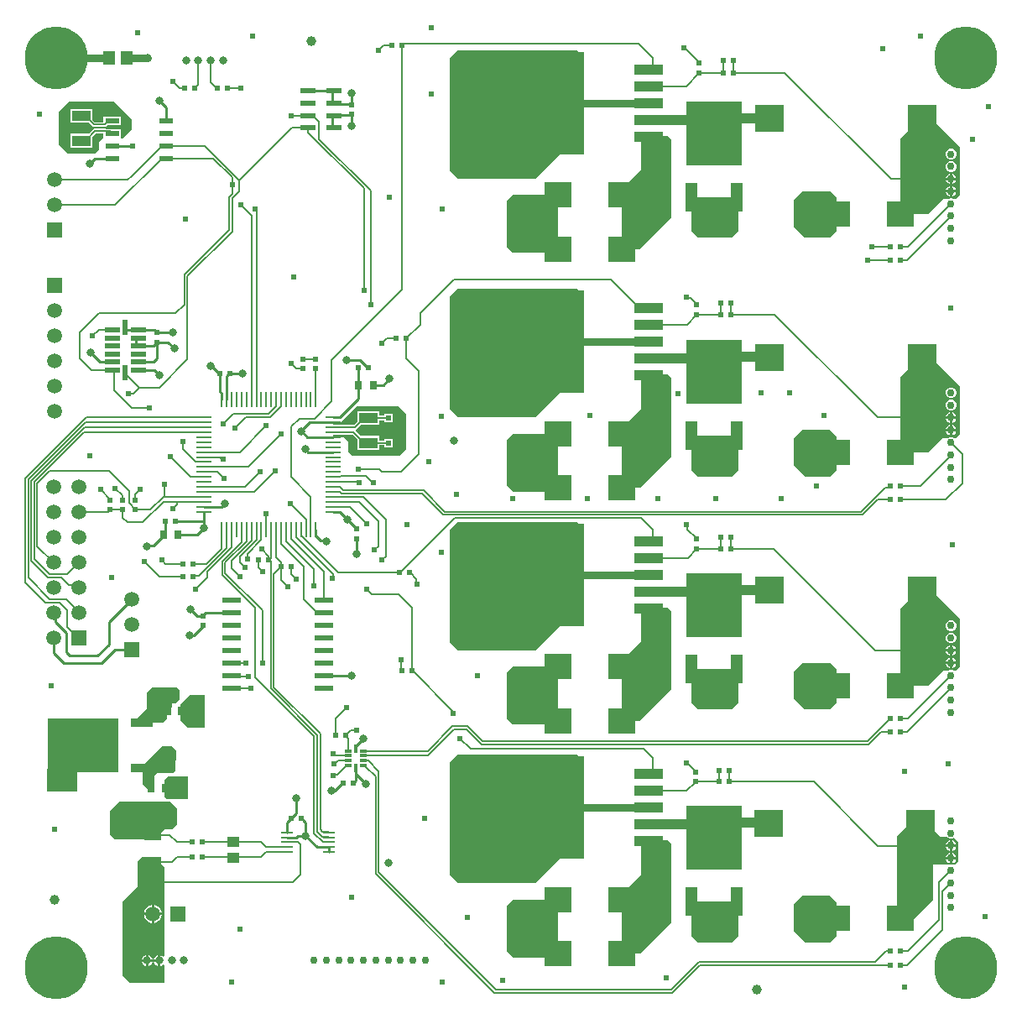
<source format=gtl>
G04*
G04 #@! TF.GenerationSoftware,Altium Limited,Altium Designer,21.1.1 (26)*
G04*
G04 Layer_Physical_Order=1*
G04 Layer_Color=255*
%FSLAX25Y25*%
%MOIN*%
G70*
G04*
G04 #@! TF.SameCoordinates,86C13C5E-EFD7-4FBB-8F38-476846F7A0A0*
G04*
G04*
G04 #@! TF.FilePolarity,Positive*
G04*
G01*
G75*
%ADD10C,0.00600*%
%ADD16C,0.01000*%
%ADD18R,0.02362X0.01968*%
%ADD19R,0.01968X0.02362*%
%ADD20R,0.06083X0.02165*%
%ADD21R,0.02165X0.06083*%
%ADD22R,0.01378X0.03268*%
%ADD23R,0.02874X0.01181*%
%ADD24R,0.10906X0.10039*%
%ADD25R,0.11221X0.04134*%
%ADD26R,0.28740X0.40748*%
%ADD27R,0.11500X0.11000*%
%ADD28R,0.21850X0.25197*%
%ADD29R,0.04921X0.11811*%
%ADD30R,0.07480X0.04331*%
%ADD31R,0.08661X0.03740*%
%ADD32R,0.28347X0.21260*%
%ADD33R,0.07284X0.02362*%
%ADD34R,0.05709X0.02362*%
%ADD35R,0.05906X0.02362*%
%ADD36R,0.04528X0.00984*%
%ADD37O,0.00984X0.06102*%
%ADD38O,0.06102X0.00984*%
%ADD39R,0.04724X0.05512*%
%ADD40R,0.02756X0.03543*%
%ADD41R,0.07087X0.04331*%
%ADD42C,0.03937*%
%ADD43R,0.03150X0.03543*%
%ADD44R,0.05118X0.03937*%
%ADD78C,0.03000*%
%ADD79C,0.04000*%
%ADD80R,0.05906X0.05906*%
%ADD81C,0.05906*%
%ADD82C,0.02953*%
%ADD83C,0.03150*%
%ADD84R,0.05906X0.05906*%
%ADD85C,0.25000*%
%ADD86C,0.02420*%
%ADD87C,0.03200*%
G36*
X225500Y378000D02*
Y361641D01*
X220345D01*
X220296Y362141D01*
X220351Y362152D01*
X220649Y362351D01*
X224149Y365851D01*
X224348Y366149D01*
X224418Y366500D01*
X224348Y366851D01*
X224149Y367149D01*
X223851Y367348D01*
X223500Y367418D01*
X223149Y367348D01*
X222851Y367149D01*
X219620Y363918D01*
X216500D01*
X216149Y363848D01*
X215851Y363649D01*
X214685Y362483D01*
X214151Y362655D01*
X214123Y362825D01*
X224149Y372851D01*
X224348Y373149D01*
X224418Y373500D01*
X224348Y373851D01*
X224149Y374149D01*
X223851Y374348D01*
X223500Y374418D01*
X223149Y374348D01*
X222851Y374149D01*
X214380Y365677D01*
X213918Y365869D01*
Y369620D01*
X217149Y372851D01*
X217348Y373149D01*
X217418Y373500D01*
X217348Y373851D01*
X217149Y374149D01*
X216851Y374348D01*
X216500Y374418D01*
X216149Y374348D01*
X215851Y374149D01*
X212351Y370649D01*
X212152Y370351D01*
X212082Y370000D01*
Y362369D01*
X211620Y362177D01*
X210418Y363380D01*
Y373500D01*
X210348Y373851D01*
X210149Y374149D01*
X209851Y374348D01*
X209500Y374418D01*
X209149Y374348D01*
X208851Y374149D01*
X208652Y373851D01*
X208582Y373500D01*
Y367303D01*
X208351Y367149D01*
X208152Y366851D01*
X208082Y366500D01*
Y366369D01*
X207620Y366177D01*
X206668Y367130D01*
Y370250D01*
X206598Y370601D01*
X206399Y370899D01*
X203149Y374149D01*
X202851Y374348D01*
X202500Y374418D01*
X202149Y374348D01*
X201851Y374149D01*
X201652Y373851D01*
X201582Y373500D01*
X201652Y373149D01*
X201851Y372851D01*
X204832Y369870D01*
Y366750D01*
X204902Y366399D01*
X205101Y366101D01*
X208351Y362851D01*
X210017Y361185D01*
X209845Y360650D01*
X209675Y360623D01*
X203149Y367149D01*
X202851Y367348D01*
X202500Y367418D01*
X202149Y367348D01*
X201851Y367149D01*
X201652Y366851D01*
X201582Y366500D01*
X201652Y366149D01*
X201851Y365851D01*
X206823Y360880D01*
X206631Y360418D01*
X202500D01*
X202149Y360348D01*
X201851Y360149D01*
X201652Y359851D01*
X201582Y359500D01*
X201652Y359149D01*
X201851Y358851D01*
X202149Y358652D01*
X202500Y358582D01*
X210131D01*
X210323Y358120D01*
X209120Y356918D01*
X206000D01*
X205649Y356848D01*
X205351Y356649D01*
X201851Y353149D01*
X201652Y352851D01*
X201582Y352500D01*
X201652Y352149D01*
X201851Y351851D01*
X202149Y351652D01*
X202500Y351582D01*
X202851Y351652D01*
X203149Y351851D01*
X206380Y355082D01*
X209500D01*
X209851Y355152D01*
X210149Y355351D01*
X211315Y356517D01*
X211849Y356345D01*
X211877Y356175D01*
X201851Y346149D01*
X201652Y345851D01*
X201582Y345500D01*
X201652Y345149D01*
X201851Y344851D01*
X202149Y344652D01*
X202500Y344582D01*
X202851Y344652D01*
X203149Y344851D01*
X211620Y353323D01*
X212082Y353131D01*
Y349380D01*
X208851Y346149D01*
X208652Y345851D01*
X208582Y345500D01*
X208652Y345149D01*
X208851Y344851D01*
X209149Y344652D01*
X209500Y344582D01*
X209851Y344652D01*
X210149Y344851D01*
X213649Y348351D01*
X213848Y348649D01*
X213918Y349000D01*
Y356631D01*
X214380Y356823D01*
X215582Y355620D01*
Y352500D01*
X215652Y352149D01*
X215851Y351851D01*
X216082Y351697D01*
Y345500D01*
X216152Y345149D01*
X216351Y344851D01*
X216649Y344652D01*
X217000Y344582D01*
X217351Y344652D01*
X217649Y344851D01*
X217848Y345149D01*
X217918Y345500D01*
Y352631D01*
X218380Y352823D01*
X219582Y351620D01*
Y349000D01*
X219652Y348649D01*
X219851Y348351D01*
X223351Y344851D01*
X223649Y344652D01*
X224000Y344582D01*
X224351Y344652D01*
X224649Y344851D01*
X224848Y345149D01*
X224918Y345500D01*
X224848Y345851D01*
X224649Y346149D01*
X221418Y349380D01*
Y352000D01*
X221348Y352351D01*
X221149Y352649D01*
X218707Y355091D01*
X218879Y355626D01*
X219048Y355654D01*
X222851Y351851D01*
X223149Y351652D01*
X223500Y351582D01*
X223851Y351652D01*
X224149Y351851D01*
X224348Y352149D01*
X224418Y352500D01*
X224348Y352851D01*
X224149Y353149D01*
X221901Y355397D01*
X222092Y355859D01*
X223500D01*
X224319Y356022D01*
X225000Y356477D01*
X225086Y356460D01*
X225500Y356313D01*
Y340500D01*
X217500Y340500D01*
X206500Y329500D01*
X175500D01*
X172250Y332750D01*
Y377250D01*
X175500Y380500D01*
X223000Y380500D01*
X225500Y378000D01*
D02*
G37*
G36*
X46000Y353000D02*
Y349000D01*
X42500Y345500D01*
X42135D01*
X41726Y345719D01*
X41726Y346000D01*
Y349281D01*
X37479D01*
X37391Y349299D01*
X35790D01*
X35717Y349348D01*
X35366Y349418D01*
X31496D01*
X31145Y349348D01*
X30847Y349149D01*
X29042Y347344D01*
X21660D01*
Y341813D01*
X30340D01*
Y346046D01*
X31876Y347582D01*
X34817D01*
X34817Y345869D01*
X34500Y345500D01*
X34435Y345435D01*
X33000Y344000D01*
Y341000D01*
X31500Y339500D01*
X20500D01*
X17000Y343000D01*
Y356000D01*
X21000Y360000D01*
X39000D01*
X46000Y353000D01*
D02*
G37*
G36*
X363500Y353500D02*
X375000Y342000D01*
Y323000D01*
X373500Y321500D01*
X372288D01*
X371913Y321655D01*
X371087D01*
X370712Y321500D01*
X368500D01*
X362500Y315500D01*
X351354D01*
Y345354D01*
X359500Y353500D01*
X363500Y353500D01*
D02*
G37*
G36*
X326000Y322000D02*
Y308500D01*
X323500Y306000D01*
X313500D01*
X309000Y310500D01*
Y321000D01*
X312500Y324500D01*
X323500D01*
X326000Y322000D01*
D02*
G37*
G36*
X287000Y321622D02*
X287000Y308500D01*
X284500Y306000D01*
X271000D01*
X268484Y308516D01*
Y322106D01*
X286516D01*
X287000Y321622D01*
D02*
G37*
G36*
X260500Y345000D02*
Y314000D01*
X248000Y301500D01*
X243261D01*
X243141Y301646D01*
X242978Y302465D01*
X242514Y303160D01*
X241819Y303624D01*
X241000Y303787D01*
X240854Y303906D01*
Y325354D01*
X248500Y333000D01*
Y346500D01*
X259000D01*
X260500Y345000D01*
D02*
G37*
G36*
X215500Y300000D02*
X197500D01*
X195000Y302500D01*
Y320500D01*
X197500Y323000D01*
X215500D01*
Y300000D01*
D02*
G37*
G36*
X225500Y283236D02*
Y266877D01*
X220345D01*
X220296Y267377D01*
X220351Y267388D01*
X220649Y267587D01*
X224149Y271087D01*
X224348Y271385D01*
X224418Y271736D01*
X224348Y272087D01*
X224149Y272385D01*
X223851Y272584D01*
X223500Y272654D01*
X223149Y272584D01*
X222851Y272385D01*
X219620Y269154D01*
X216500D01*
X216149Y269084D01*
X215851Y268885D01*
X214685Y267719D01*
X214151Y267892D01*
X214123Y268061D01*
X224149Y278087D01*
X224348Y278385D01*
X224418Y278736D01*
X224348Y279087D01*
X224149Y279385D01*
X223851Y279584D01*
X223500Y279654D01*
X223149Y279584D01*
X222851Y279385D01*
X214380Y270914D01*
X213918Y271105D01*
Y274856D01*
X217149Y278087D01*
X217348Y278385D01*
X217418Y278736D01*
X217348Y279087D01*
X217149Y279385D01*
X216851Y279584D01*
X216500Y279654D01*
X216149Y279584D01*
X215851Y279385D01*
X212351Y275885D01*
X212152Y275587D01*
X212082Y275236D01*
Y267605D01*
X211620Y267413D01*
X210418Y268616D01*
Y278736D01*
X210348Y279087D01*
X210149Y279385D01*
X209851Y279584D01*
X209500Y279654D01*
X209149Y279584D01*
X208851Y279385D01*
X208652Y279087D01*
X208582Y278736D01*
Y272540D01*
X208351Y272385D01*
X208152Y272087D01*
X208082Y271736D01*
Y271605D01*
X207620Y271413D01*
X206668Y272366D01*
Y275486D01*
X206598Y275837D01*
X206399Y276135D01*
X203149Y279385D01*
X202851Y279584D01*
X202500Y279654D01*
X202149Y279584D01*
X201851Y279385D01*
X201652Y279087D01*
X201582Y278736D01*
X201652Y278385D01*
X201851Y278087D01*
X204832Y275106D01*
Y271986D01*
X204902Y271635D01*
X205101Y271337D01*
X208351Y268087D01*
X210017Y266422D01*
X209845Y265887D01*
X209675Y265859D01*
X203149Y272385D01*
X202851Y272584D01*
X202500Y272654D01*
X202149Y272584D01*
X201851Y272385D01*
X201652Y272087D01*
X201582Y271736D01*
X201652Y271385D01*
X201851Y271087D01*
X206823Y266116D01*
X206631Y265654D01*
X202500D01*
X202149Y265584D01*
X201851Y265385D01*
X201652Y265087D01*
X201582Y264736D01*
X201652Y264385D01*
X201851Y264087D01*
X202149Y263888D01*
X202500Y263819D01*
X210131D01*
X210323Y263357D01*
X209120Y262154D01*
X206000D01*
X205649Y262084D01*
X205351Y261885D01*
X201851Y258385D01*
X201652Y258087D01*
X201582Y257736D01*
X201652Y257385D01*
X201851Y257087D01*
X202149Y256888D01*
X202500Y256819D01*
X202851Y256888D01*
X203149Y257087D01*
X206380Y260319D01*
X209500D01*
X209851Y260388D01*
X210149Y260587D01*
X211315Y261753D01*
X211849Y261581D01*
X211877Y261411D01*
X201851Y251385D01*
X201652Y251087D01*
X201582Y250736D01*
X201652Y250385D01*
X201851Y250087D01*
X202149Y249888D01*
X202500Y249819D01*
X202851Y249888D01*
X203149Y250087D01*
X211620Y258559D01*
X212082Y258368D01*
Y254616D01*
X208851Y251385D01*
X208652Y251087D01*
X208582Y250736D01*
X208652Y250385D01*
X208851Y250087D01*
X209149Y249888D01*
X209500Y249819D01*
X209851Y249888D01*
X210149Y250087D01*
X213649Y253587D01*
X213848Y253885D01*
X213918Y254236D01*
Y261868D01*
X214380Y262059D01*
X215582Y260856D01*
Y257736D01*
X215652Y257385D01*
X215851Y257087D01*
X216082Y256933D01*
Y250736D01*
X216152Y250385D01*
X216351Y250087D01*
X216649Y249888D01*
X217000Y249819D01*
X217351Y249888D01*
X217649Y250087D01*
X217848Y250385D01*
X217918Y250736D01*
Y257868D01*
X218380Y258059D01*
X219582Y256856D01*
Y254236D01*
X219652Y253885D01*
X219851Y253587D01*
X223351Y250087D01*
X223649Y249888D01*
X224000Y249819D01*
X224351Y249888D01*
X224649Y250087D01*
X224848Y250385D01*
X224918Y250736D01*
X224848Y251087D01*
X224649Y251385D01*
X221418Y254616D01*
Y257236D01*
X221348Y257587D01*
X221149Y257885D01*
X218707Y260327D01*
X218879Y260862D01*
X219048Y260890D01*
X222851Y257087D01*
X223149Y256888D01*
X223500Y256819D01*
X223851Y256888D01*
X224149Y257087D01*
X224348Y257385D01*
X224418Y257736D01*
X224348Y258087D01*
X224149Y258385D01*
X221901Y260633D01*
X222092Y261095D01*
X223500D01*
X224319Y261258D01*
X225000Y261713D01*
X225086Y261697D01*
X225500Y261550D01*
Y245736D01*
X217500Y245736D01*
X206500Y234736D01*
X175500D01*
X172250Y237986D01*
Y282486D01*
X175500Y285736D01*
X223000Y285736D01*
X225500Y283236D01*
D02*
G37*
G36*
X155000Y236000D02*
Y222000D01*
X152500Y219500D01*
X133500D01*
X132000Y221000D01*
Y225000D01*
X130173Y226827D01*
X126189D01*
Y227682D01*
X128748D01*
X129174Y227766D01*
X129341Y227878D01*
X133829D01*
X135660Y226046D01*
Y221813D01*
X144340D01*
Y223661D01*
X146250D01*
Y222916D01*
X149813D01*
Y226084D01*
X146250D01*
Y225496D01*
X144340D01*
Y227344D01*
X136958D01*
X134932Y229369D01*
X134966Y229684D01*
X135067Y229906D01*
X135119Y229916D01*
X135417Y230115D01*
X136958Y231656D01*
X144340D01*
Y233504D01*
X146250D01*
Y232916D01*
X149813D01*
Y236084D01*
X146250D01*
Y235339D01*
X144340D01*
Y237187D01*
X135660D01*
Y232954D01*
X134388Y231681D01*
X129341D01*
X129174Y231792D01*
X128748Y231877D01*
X126189D01*
Y232379D01*
X126542Y232732D01*
X129232Y232732D01*
X135500Y239000D01*
X152000D01*
X155000Y236000D01*
D02*
G37*
G36*
X363500Y258736D02*
X375000Y247236D01*
Y228236D01*
X373264Y226500D01*
X372751D01*
X372676Y226575D01*
X371913Y226891D01*
X371087D01*
X370324Y226575D01*
X370249Y226500D01*
X368264D01*
X362500Y220736D01*
X351354D01*
Y250854D01*
X359236Y258736D01*
X363500Y258736D01*
D02*
G37*
G36*
X326000Y227236D02*
Y213736D01*
X323500Y211236D01*
X313500D01*
X309000Y215736D01*
Y226236D01*
X312500Y229736D01*
X323500D01*
X326000Y227236D01*
D02*
G37*
G36*
X287000Y226858D02*
X287000Y213736D01*
X284500Y211236D01*
X271000D01*
X268484Y213752D01*
Y227343D01*
X286516D01*
X287000Y226858D01*
D02*
G37*
G36*
X260500Y250236D02*
Y219236D01*
X248000Y206736D01*
X243261D01*
X243141Y206882D01*
X242978Y207701D01*
X242514Y208396D01*
X241819Y208860D01*
X241000Y209023D01*
X240854Y209143D01*
Y230591D01*
X248500Y238236D01*
Y251736D01*
X259000D01*
X260500Y250236D01*
D02*
G37*
G36*
X215500Y205236D02*
X197500D01*
X195000Y207736D01*
Y225736D01*
X197500Y228236D01*
X215500D01*
Y205236D01*
D02*
G37*
G36*
X225500Y190736D02*
Y174377D01*
X220345D01*
X220296Y174877D01*
X220351Y174888D01*
X220649Y175087D01*
X224149Y178587D01*
X224348Y178885D01*
X224418Y179236D01*
X224348Y179587D01*
X224149Y179885D01*
X223851Y180084D01*
X223500Y180154D01*
X223149Y180084D01*
X222851Y179885D01*
X219620Y176654D01*
X216500D01*
X216149Y176584D01*
X215851Y176385D01*
X214685Y175219D01*
X214151Y175391D01*
X214123Y175561D01*
X224149Y185587D01*
X224348Y185885D01*
X224418Y186236D01*
X224348Y186587D01*
X224149Y186885D01*
X223851Y187084D01*
X223500Y187154D01*
X223149Y187084D01*
X222851Y186885D01*
X214380Y178413D01*
X213918Y178605D01*
Y182356D01*
X217149Y185587D01*
X217348Y185885D01*
X217418Y186236D01*
X217348Y186587D01*
X217149Y186885D01*
X216851Y187084D01*
X216500Y187154D01*
X216149Y187084D01*
X215851Y186885D01*
X212351Y183385D01*
X212152Y183087D01*
X212082Y182736D01*
Y175105D01*
X211620Y174914D01*
X210418Y176116D01*
Y186236D01*
X210348Y186587D01*
X210149Y186885D01*
X209851Y187084D01*
X209500Y187154D01*
X209149Y187084D01*
X208851Y186885D01*
X208652Y186587D01*
X208582Y186236D01*
Y180040D01*
X208351Y179885D01*
X208152Y179587D01*
X208082Y179236D01*
Y179105D01*
X207620Y178913D01*
X206668Y179866D01*
Y182986D01*
X206598Y183337D01*
X206399Y183635D01*
X203149Y186885D01*
X202851Y187084D01*
X202500Y187154D01*
X202149Y187084D01*
X201851Y186885D01*
X201652Y186587D01*
X201582Y186236D01*
X201652Y185885D01*
X201851Y185587D01*
X204832Y182606D01*
Y179486D01*
X204902Y179135D01*
X205101Y178837D01*
X208351Y175587D01*
X210017Y173922D01*
X209845Y173387D01*
X209675Y173359D01*
X203149Y179885D01*
X202851Y180084D01*
X202500Y180154D01*
X202149Y180084D01*
X201851Y179885D01*
X201652Y179587D01*
X201582Y179236D01*
X201652Y178885D01*
X201851Y178587D01*
X206823Y173616D01*
X206631Y173154D01*
X202500D01*
X202149Y173084D01*
X201851Y172885D01*
X201652Y172587D01*
X201582Y172236D01*
X201652Y171885D01*
X201851Y171587D01*
X202149Y171388D01*
X202500Y171319D01*
X210131D01*
X210323Y170857D01*
X209120Y169654D01*
X206000D01*
X205649Y169584D01*
X205351Y169385D01*
X201851Y165885D01*
X201652Y165587D01*
X201582Y165236D01*
X201652Y164885D01*
X201851Y164587D01*
X202149Y164388D01*
X202500Y164319D01*
X202851Y164388D01*
X203149Y164587D01*
X206380Y167819D01*
X209500D01*
X209851Y167888D01*
X210149Y168087D01*
X211315Y169253D01*
X211849Y169081D01*
X211877Y168911D01*
X201851Y158885D01*
X201652Y158587D01*
X201582Y158236D01*
X201652Y157885D01*
X201851Y157587D01*
X202149Y157388D01*
X202500Y157319D01*
X202851Y157388D01*
X203149Y157587D01*
X211620Y166059D01*
X212082Y165868D01*
Y162116D01*
X208851Y158885D01*
X208652Y158587D01*
X208582Y158236D01*
X208652Y157885D01*
X208851Y157587D01*
X209149Y157388D01*
X209500Y157319D01*
X209851Y157388D01*
X210149Y157587D01*
X213649Y161087D01*
X213848Y161385D01*
X213918Y161736D01*
Y169368D01*
X214380Y169559D01*
X215582Y168356D01*
Y165236D01*
X215652Y164885D01*
X215851Y164587D01*
X216082Y164433D01*
Y158236D01*
X216152Y157885D01*
X216351Y157587D01*
X216649Y157388D01*
X217000Y157319D01*
X217351Y157388D01*
X217649Y157587D01*
X217848Y157885D01*
X217918Y158236D01*
Y165368D01*
X218380Y165559D01*
X219582Y164356D01*
Y161736D01*
X219652Y161385D01*
X219851Y161087D01*
X223351Y157587D01*
X223649Y157388D01*
X224000Y157319D01*
X224351Y157388D01*
X224649Y157587D01*
X224848Y157885D01*
X224918Y158236D01*
X224848Y158587D01*
X224649Y158885D01*
X221418Y162116D01*
Y164736D01*
X221348Y165087D01*
X221149Y165385D01*
X218707Y167827D01*
X218879Y168362D01*
X219048Y168390D01*
X222851Y164587D01*
X223149Y164388D01*
X223500Y164319D01*
X223851Y164388D01*
X224149Y164587D01*
X224348Y164885D01*
X224418Y165236D01*
X224348Y165587D01*
X224149Y165885D01*
X221901Y168133D01*
X222092Y168595D01*
X223500D01*
X224319Y168758D01*
X225000Y169213D01*
X225086Y169196D01*
X225500Y169050D01*
Y153236D01*
X217500Y153236D01*
X206500Y142236D01*
X175500D01*
X172250Y145486D01*
Y189986D01*
X175500Y193236D01*
X223000Y193236D01*
X225500Y190736D01*
D02*
G37*
G36*
X375000Y154736D02*
Y135736D01*
X373264Y134000D01*
X372751D01*
X372676Y134075D01*
X371913Y134391D01*
X371087D01*
X370324Y134075D01*
X370249Y134000D01*
X368264D01*
X362500Y128236D01*
X351354D01*
Y158854D01*
X358736Y166236D01*
X363500D01*
X375000Y154736D01*
D02*
G37*
G36*
X326000Y134736D02*
Y121236D01*
X323500Y118736D01*
X313500D01*
X309000Y123236D01*
Y133736D01*
X312500Y137236D01*
X323500D01*
X326000Y134736D01*
D02*
G37*
G36*
X287000Y134358D02*
X287000Y121236D01*
X284500Y118736D01*
X271000D01*
X268484Y121252D01*
Y134843D01*
X286516D01*
X287000Y134358D01*
D02*
G37*
G36*
X260500Y157736D02*
Y126736D01*
X248000Y114236D01*
X243261D01*
X243141Y114382D01*
X242978Y115201D01*
X242514Y115896D01*
X241819Y116360D01*
X241000Y116523D01*
X240854Y116643D01*
Y138091D01*
X248500Y145736D01*
Y159236D01*
X259000D01*
X260500Y157736D01*
D02*
G37*
G36*
X65000Y126500D02*
Y122500D01*
X63500Y121000D01*
X62000D01*
Y119756D01*
X60000Y117756D01*
Y115000D01*
X58500Y113500D01*
X57500D01*
X50232Y113555D01*
X48787Y115000D01*
X48653D01*
X48462Y115462D01*
X52000Y119000D01*
X52000Y125500D01*
X54000Y127500D01*
X64000D01*
X65000Y126500D01*
D02*
G37*
G36*
X215500Y112736D02*
X197500D01*
X195000Y115236D01*
Y133236D01*
X197500Y135736D01*
X215500D01*
Y112736D01*
D02*
G37*
G36*
X75052Y124500D02*
X75052Y111500D01*
X68506Y111500D01*
X65552Y114455D01*
Y120955D01*
X69097Y124500D01*
X75052Y124500D01*
D02*
G37*
G36*
X63667Y102333D02*
X63500Y94500D01*
X62500Y93500D01*
X56000D01*
X55000Y92500D01*
Y87000D01*
X53500D01*
X53000Y86500D01*
X50500Y89000D01*
Y96390D01*
X58110Y104000D01*
X62000D01*
X63667Y102333D01*
D02*
G37*
G36*
X24500Y95500D02*
X24500Y86000D01*
X12500Y86000D01*
X12500Y95000D01*
X14000Y96500D01*
X23500D01*
X24500Y95500D01*
D02*
G37*
G36*
X68500Y92000D02*
Y83000D01*
X60000Y83000D01*
X59000Y84000D01*
Y90500D01*
X60500Y92000D01*
X68500Y92000D01*
D02*
G37*
G36*
X225500Y98236D02*
Y81877D01*
X220345D01*
X220296Y82377D01*
X220351Y82388D01*
X220649Y82587D01*
X224149Y86087D01*
X224348Y86385D01*
X224418Y86736D01*
X224348Y87087D01*
X224149Y87385D01*
X223851Y87584D01*
X223500Y87654D01*
X223149Y87584D01*
X222851Y87385D01*
X219620Y84154D01*
X216500D01*
X216149Y84084D01*
X215851Y83885D01*
X214685Y82719D01*
X214151Y82891D01*
X214123Y83061D01*
X224149Y93087D01*
X224348Y93385D01*
X224418Y93736D01*
X224348Y94087D01*
X224149Y94385D01*
X223851Y94584D01*
X223500Y94654D01*
X223149Y94584D01*
X222851Y94385D01*
X214380Y85913D01*
X213918Y86105D01*
Y89856D01*
X217149Y93087D01*
X217348Y93385D01*
X217418Y93736D01*
X217348Y94087D01*
X217149Y94385D01*
X216851Y94584D01*
X216500Y94654D01*
X216149Y94584D01*
X215851Y94385D01*
X212351Y90885D01*
X212152Y90587D01*
X212082Y90236D01*
Y82605D01*
X211620Y82414D01*
X210418Y83616D01*
Y93736D01*
X210348Y94087D01*
X210149Y94385D01*
X209851Y94584D01*
X209500Y94654D01*
X209149Y94584D01*
X208851Y94385D01*
X208652Y94087D01*
X208582Y93736D01*
Y87540D01*
X208351Y87385D01*
X208152Y87087D01*
X208082Y86736D01*
Y86605D01*
X207620Y86414D01*
X206668Y87366D01*
Y90486D01*
X206598Y90837D01*
X206399Y91135D01*
X203149Y94385D01*
X202851Y94584D01*
X202500Y94654D01*
X202149Y94584D01*
X201851Y94385D01*
X201652Y94087D01*
X201582Y93736D01*
X201652Y93385D01*
X201851Y93087D01*
X204832Y90106D01*
Y86986D01*
X204902Y86635D01*
X205101Y86337D01*
X208351Y83087D01*
X210017Y81422D01*
X209845Y80887D01*
X209675Y80859D01*
X203149Y87385D01*
X202851Y87584D01*
X202500Y87654D01*
X202149Y87584D01*
X201851Y87385D01*
X201652Y87087D01*
X201582Y86736D01*
X201652Y86385D01*
X201851Y86087D01*
X206823Y81116D01*
X206631Y80654D01*
X202500D01*
X202149Y80584D01*
X201851Y80385D01*
X201652Y80087D01*
X201582Y79736D01*
X201652Y79385D01*
X201851Y79087D01*
X202149Y78888D01*
X202500Y78819D01*
X210131D01*
X210323Y78357D01*
X209120Y77154D01*
X206000D01*
X205649Y77084D01*
X205351Y76885D01*
X201851Y73385D01*
X201652Y73087D01*
X201582Y72736D01*
X201652Y72385D01*
X201851Y72087D01*
X202149Y71888D01*
X202500Y71819D01*
X202851Y71888D01*
X203149Y72087D01*
X206380Y75319D01*
X209500D01*
X209851Y75388D01*
X210149Y75587D01*
X211315Y76753D01*
X211849Y76581D01*
X211877Y76411D01*
X201851Y66385D01*
X201652Y66087D01*
X201582Y65736D01*
X201652Y65385D01*
X201851Y65087D01*
X202149Y64888D01*
X202500Y64819D01*
X202851Y64888D01*
X203149Y65087D01*
X211620Y73559D01*
X212082Y73368D01*
Y69616D01*
X208851Y66385D01*
X208652Y66087D01*
X208582Y65736D01*
X208652Y65385D01*
X208851Y65087D01*
X209149Y64888D01*
X209500Y64819D01*
X209851Y64888D01*
X210149Y65087D01*
X213649Y68587D01*
X213848Y68885D01*
X213918Y69236D01*
Y76868D01*
X214380Y77059D01*
X215582Y75856D01*
Y72736D01*
X215652Y72385D01*
X215851Y72087D01*
X216082Y71933D01*
Y65736D01*
X216152Y65385D01*
X216351Y65087D01*
X216649Y64888D01*
X217000Y64819D01*
X217351Y64888D01*
X217649Y65087D01*
X217848Y65385D01*
X217918Y65736D01*
Y72868D01*
X218380Y73059D01*
X219582Y71856D01*
Y69236D01*
X219652Y68885D01*
X219851Y68587D01*
X223351Y65087D01*
X223649Y64888D01*
X224000Y64819D01*
X224351Y64888D01*
X224649Y65087D01*
X224848Y65385D01*
X224918Y65736D01*
X224848Y66087D01*
X224649Y66385D01*
X221418Y69616D01*
Y72236D01*
X221348Y72587D01*
X221149Y72885D01*
X218707Y75327D01*
X218879Y75862D01*
X219048Y75890D01*
X222851Y72087D01*
X223149Y71888D01*
X223500Y71819D01*
X223851Y71888D01*
X224149Y72087D01*
X224348Y72385D01*
X224418Y72736D01*
X224348Y73087D01*
X224149Y73385D01*
X221901Y75633D01*
X222092Y76095D01*
X223500D01*
X224319Y76258D01*
X225000Y76713D01*
X225086Y76696D01*
X225500Y76550D01*
Y60736D01*
X217500Y60736D01*
X206500Y49736D01*
X175500D01*
X172250Y52986D01*
Y97486D01*
X175500Y100736D01*
X223000Y100736D01*
X225500Y98236D01*
D02*
G37*
G36*
X64000Y79500D02*
X64000Y73000D01*
X62000Y71000D01*
X59000Y71000D01*
X57733Y69733D01*
X54500D01*
X54149Y69663D01*
X53851Y69464D01*
X53652Y69166D01*
X53582Y68815D01*
X53652Y68464D01*
X53851Y68166D01*
X54149Y67967D01*
X54500Y67897D01*
X55244D01*
X55435Y67435D01*
X55000Y67000D01*
X39000Y67000D01*
X37500Y69000D01*
Y78500D01*
X41000Y82000D01*
X61500D01*
X64000Y79500D01*
D02*
G37*
G36*
X367500Y68000D02*
X370142D01*
X370324Y67818D01*
X371087Y67502D01*
X371913D01*
X372676Y67818D01*
X372679Y67821D01*
X374500Y66000D01*
Y58500D01*
X373000Y57000D01*
X364500D01*
X364500Y43000D01*
X356000Y34500D01*
X353000D01*
X350000Y37500D01*
Y68500D01*
X355000Y73500D01*
X362000D01*
X367500Y68000D01*
D02*
G37*
G36*
X326000Y42236D02*
Y28736D01*
X323500Y26236D01*
X313500D01*
X309000Y30736D01*
Y41236D01*
X312500Y44736D01*
X323500D01*
X326000Y42236D01*
D02*
G37*
G36*
X287000Y41858D02*
X287000Y28736D01*
X284500Y26236D01*
X271000D01*
X268484Y28752D01*
Y42342D01*
X286516D01*
X287000Y41858D01*
D02*
G37*
G36*
X260500Y65236D02*
Y34236D01*
X248000Y21736D01*
X243261D01*
X243141Y21882D01*
X242978Y22701D01*
X242514Y23396D01*
X241819Y23860D01*
X241000Y24023D01*
X240854Y24143D01*
Y45591D01*
X248500Y53236D01*
Y66736D01*
X259000D01*
X260500Y65236D01*
D02*
G37*
G36*
X59000Y56000D02*
Y44500D01*
Y20822D01*
X58500Y20615D01*
X58271Y20844D01*
X57539Y21147D01*
Y19000D01*
Y16853D01*
X58271Y17156D01*
X58500Y17385D01*
X59000Y17178D01*
Y10000D01*
X45500D01*
X42500Y13000D01*
Y42500D01*
X48500Y48500D01*
Y58500D01*
X50000Y60000D01*
X55000D01*
X59000Y56000D01*
D02*
G37*
G36*
X215500Y20236D02*
X197500D01*
X195000Y22736D01*
Y40736D01*
X197500Y43236D01*
X215500D01*
Y20236D01*
D02*
G37*
%LPC*%
G36*
X30340Y357187D02*
X21660D01*
Y351656D01*
X29042D01*
X30347Y350351D01*
X30645Y350152D01*
X30996Y350082D01*
X35366D01*
X35717Y350152D01*
X36015Y350351D01*
X36366Y350703D01*
X36377Y350719D01*
X41726D01*
Y354281D01*
X34817D01*
Y351918D01*
X31376D01*
X30340Y352954D01*
Y357187D01*
D02*
G37*
G36*
X371913Y341340D02*
X371087D01*
X370324Y341024D01*
X369740Y340440D01*
X369424Y339677D01*
Y338851D01*
X369740Y338088D01*
X370324Y337504D01*
X371087Y337187D01*
X371913D01*
X372676Y337504D01*
X373260Y338088D01*
X373576Y338851D01*
Y339677D01*
X373260Y340440D01*
X372676Y341024D01*
X371913Y341340D01*
D02*
G37*
G36*
Y336419D02*
X371087D01*
X370324Y336103D01*
X369740Y335519D01*
X369424Y334755D01*
Y333929D01*
X369740Y333166D01*
X370324Y332582D01*
X371087Y332266D01*
X371913D01*
X372676Y332582D01*
X373260Y333166D01*
X373576Y333929D01*
Y334755D01*
X373260Y335519D01*
X372676Y336103D01*
X371913Y336419D01*
D02*
G37*
G36*
X372000Y331462D02*
Y329921D01*
X373540D01*
X373260Y330597D01*
X372676Y331182D01*
X372000Y331462D01*
D02*
G37*
G36*
X371000D02*
X370324Y331182D01*
X369740Y330597D01*
X369460Y329921D01*
X371000D01*
Y331462D01*
D02*
G37*
G36*
X373540Y328921D02*
X372000D01*
Y327381D01*
X372676Y327661D01*
X373260Y328245D01*
X373540Y328921D01*
D02*
G37*
G36*
X371000D02*
X369460D01*
X369740Y328245D01*
X370324Y327661D01*
X371000Y327381D01*
Y328921D01*
D02*
G37*
G36*
X372000Y326540D02*
Y325000D01*
X373540D01*
X373260Y325676D01*
X372676Y326260D01*
X372000Y326540D01*
D02*
G37*
G36*
X371000D02*
X370324Y326260D01*
X369740Y325676D01*
X369460Y325000D01*
X371000D01*
Y326540D01*
D02*
G37*
G36*
X373540Y324000D02*
X372000D01*
Y322460D01*
X372676Y322740D01*
X373260Y323324D01*
X373540Y324000D01*
D02*
G37*
G36*
X371000D02*
X369460D01*
X369740Y323324D01*
X370324Y322740D01*
X371000Y322460D01*
Y324000D01*
D02*
G37*
G36*
X371913Y246576D02*
X371087D01*
X370324Y246260D01*
X369740Y245676D01*
X369424Y244913D01*
Y244087D01*
X369740Y243324D01*
X370324Y242740D01*
X371087Y242424D01*
X371913D01*
X372676Y242740D01*
X373260Y243324D01*
X373576Y244087D01*
Y244913D01*
X373260Y245676D01*
X372676Y246260D01*
X371913Y246576D01*
D02*
G37*
G36*
Y241655D02*
X371087D01*
X370324Y241339D01*
X369740Y240755D01*
X369424Y239992D01*
Y239166D01*
X369740Y238403D01*
X370324Y237819D01*
X371087Y237502D01*
X371913D01*
X372676Y237819D01*
X373260Y238403D01*
X373576Y239166D01*
Y239992D01*
X373260Y240755D01*
X372676Y241339D01*
X371913Y241655D01*
D02*
G37*
G36*
X372000Y236698D02*
Y235157D01*
X373540D01*
X373260Y235834D01*
X372676Y236418D01*
X372000Y236698D01*
D02*
G37*
G36*
X371000D02*
X370324Y236418D01*
X369740Y235834D01*
X369460Y235157D01*
X371000D01*
Y236698D01*
D02*
G37*
G36*
X373540Y234157D02*
X372000D01*
Y232617D01*
X372676Y232897D01*
X373260Y233481D01*
X373540Y234157D01*
D02*
G37*
G36*
X371000D02*
X369460D01*
X369740Y233481D01*
X370324Y232897D01*
X371000Y232617D01*
Y234157D01*
D02*
G37*
G36*
X372000Y231777D02*
Y230236D01*
X373540D01*
X373260Y230912D01*
X372676Y231497D01*
X372000Y231777D01*
D02*
G37*
G36*
X371000D02*
X370324Y231497D01*
X369740Y230912D01*
X369460Y230236D01*
X371000D01*
Y231777D01*
D02*
G37*
G36*
X373540Y229236D02*
X372000D01*
Y227696D01*
X372676Y227976D01*
X373260Y228560D01*
X373540Y229236D01*
D02*
G37*
G36*
X371000D02*
X369460D01*
X369740Y228560D01*
X370324Y227976D01*
X371000Y227696D01*
Y229236D01*
D02*
G37*
G36*
X371913Y154076D02*
X371087D01*
X370324Y153760D01*
X369740Y153176D01*
X369424Y152413D01*
Y151587D01*
X369740Y150824D01*
X370324Y150240D01*
X371087Y149924D01*
X371913D01*
X372676Y150240D01*
X373260Y150824D01*
X373576Y151587D01*
Y152413D01*
X373260Y153176D01*
X372676Y153760D01*
X371913Y154076D01*
D02*
G37*
G36*
Y149155D02*
X371087D01*
X370324Y148839D01*
X369740Y148255D01*
X369424Y147492D01*
Y146666D01*
X369740Y145903D01*
X370324Y145318D01*
X371087Y145002D01*
X371913D01*
X372676Y145318D01*
X373260Y145903D01*
X373576Y146666D01*
Y147492D01*
X373260Y148255D01*
X372676Y148839D01*
X371913Y149155D01*
D02*
G37*
G36*
X372000Y144198D02*
Y142657D01*
X373540D01*
X373260Y143334D01*
X372676Y143918D01*
X372000Y144198D01*
D02*
G37*
G36*
X371000D02*
X370324Y143918D01*
X369740Y143334D01*
X369460Y142657D01*
X371000D01*
Y144198D01*
D02*
G37*
G36*
X373540Y141657D02*
X372000D01*
Y140117D01*
X372676Y140397D01*
X373260Y140981D01*
X373540Y141657D01*
D02*
G37*
G36*
X371000D02*
X369460D01*
X369740Y140981D01*
X370324Y140397D01*
X371000Y140117D01*
Y141657D01*
D02*
G37*
G36*
X372000Y139277D02*
Y137736D01*
X373540D01*
X373260Y138412D01*
X372676Y138997D01*
X372000Y139277D01*
D02*
G37*
G36*
X371000D02*
X370324Y138997D01*
X369740Y138412D01*
X369460Y137736D01*
X371000D01*
Y139277D01*
D02*
G37*
G36*
X373540Y136736D02*
X372000D01*
Y135196D01*
X372676Y135476D01*
X373260Y136060D01*
X373540Y136736D01*
D02*
G37*
G36*
X371000D02*
X369460D01*
X369740Y136060D01*
X370324Y135476D01*
X371000Y135196D01*
Y136736D01*
D02*
G37*
G36*
X66000Y86418D02*
X65750D01*
X65399Y86348D01*
X65101Y86149D01*
X64902Y85851D01*
X64832Y85500D01*
X64902Y85149D01*
X65101Y84851D01*
X65399Y84652D01*
X65750Y84582D01*
X66000D01*
X66351Y84652D01*
X66649Y84851D01*
X66848Y85149D01*
X66918Y85500D01*
X66848Y85851D01*
X66649Y86149D01*
X66351Y86348D01*
X66000Y86418D01*
D02*
G37*
G36*
X372000Y66698D02*
Y65158D01*
X373540D01*
X373260Y65834D01*
X372676Y66418D01*
X372000Y66698D01*
D02*
G37*
G36*
X371000D02*
X370324Y66418D01*
X369740Y65834D01*
X369460Y65158D01*
X371000D01*
Y66698D01*
D02*
G37*
G36*
X373540Y64157D02*
X372000D01*
Y62617D01*
X372676Y62897D01*
X373260Y63481D01*
X373540Y64157D01*
D02*
G37*
G36*
X371000D02*
X369460D01*
X369740Y63481D01*
X370324Y62897D01*
X371000Y62617D01*
Y64157D01*
D02*
G37*
G36*
X372000Y61777D02*
Y60236D01*
X373540D01*
X373260Y60912D01*
X372676Y61497D01*
X372000Y61777D01*
D02*
G37*
G36*
X371000D02*
X370324Y61497D01*
X369740Y60912D01*
X369460Y60236D01*
X371000D01*
Y61777D01*
D02*
G37*
G36*
X373540Y59236D02*
X372000D01*
Y57696D01*
X372676Y57976D01*
X373260Y58560D01*
X373540Y59236D01*
D02*
G37*
G36*
X371000D02*
X369460D01*
X369740Y58560D01*
X370324Y57976D01*
X371000Y57696D01*
Y59236D01*
D02*
G37*
G36*
X55000Y41044D02*
Y38000D01*
X58044D01*
X57811Y38871D01*
X57343Y39681D01*
X56681Y40343D01*
X55871Y40811D01*
X55000Y41044D01*
D02*
G37*
G36*
X54000D02*
X53129Y40811D01*
X52319Y40343D01*
X51657Y39681D01*
X51189Y38871D01*
X50956Y38000D01*
X54000D01*
Y41044D01*
D02*
G37*
G36*
X58044Y37000D02*
X55000D01*
Y33956D01*
X55871Y34189D01*
X56681Y34657D01*
X57343Y35319D01*
X57811Y36129D01*
X58044Y37000D01*
D02*
G37*
G36*
X54000D02*
X50956D01*
X51189Y36129D01*
X51657Y35319D01*
X52319Y34657D01*
X53129Y34189D01*
X54000Y33956D01*
Y37000D01*
D02*
G37*
G36*
X56539Y21147D02*
X55807Y20844D01*
X55196Y20232D01*
X54892Y19500D01*
X56539D01*
Y21147D01*
D02*
G37*
G36*
X52618D02*
Y19500D01*
X54265D01*
X53962Y20232D01*
X53350Y20844D01*
X52618Y21147D01*
D02*
G37*
G36*
X51618D02*
X50886Y20844D01*
X50274Y20232D01*
X49971Y19500D01*
X51618D01*
Y21147D01*
D02*
G37*
G36*
X56539Y18500D02*
X54892D01*
X55196Y17768D01*
X55807Y17156D01*
X56539Y16853D01*
Y18500D01*
D02*
G37*
G36*
X54265D02*
X52618D01*
Y16853D01*
X53350Y17156D01*
X53962Y17768D01*
X54265Y18500D01*
D02*
G37*
G36*
X51618D02*
X49971D01*
X50274Y17768D01*
X50886Y17156D01*
X51618Y16853D01*
Y18500D01*
D02*
G37*
%LPD*%
D10*
X317000Y90000D02*
X342500Y64500D01*
X350500D02*
X359500Y73500D01*
X342500Y64500D02*
X350500D01*
X283437Y90000D02*
X317000D01*
X301500Y275500D02*
X342342Y234658D01*
X283968Y275500D02*
X301500D01*
X342342Y234658D02*
X371500D01*
X283968Y182500D02*
X301000D01*
X341342Y142157D02*
X371500D01*
X301000Y182500D02*
X341342Y142157D01*
X284968Y371500D02*
X305500D01*
X347579Y329421D02*
X371500D01*
X305500Y371500D02*
X347579Y329421D01*
X269969Y93968D02*
Y94165D01*
X266634Y97500D02*
X269969Y94165D01*
X266500Y97500D02*
X266634D01*
X270500Y186469D02*
Y186665D01*
X266848Y190317D02*
X270500Y186665D01*
X266848Y190317D02*
Y191652D01*
X266500Y192000D02*
X266848Y191652D01*
X268014Y282152D02*
X270500Y279665D01*
Y279468D02*
Y279665D01*
X266848Y282152D02*
X268014D01*
X266500Y282500D02*
X266848Y282152D01*
X265500Y381500D02*
X265665D01*
X271500Y375468D02*
Y375665D01*
X265665Y381500D02*
X271500Y375665D01*
X280031Y275500D02*
Y280000D01*
X283968Y275500D02*
Y280000D01*
X359750Y258500D02*
X360000D01*
X270500Y275532D02*
X270532Y275500D01*
X280031D01*
X266595Y271429D02*
X270500Y275335D01*
X251410Y271429D02*
X266595D01*
X270500Y275335D02*
Y275532D01*
X359750Y166000D02*
X360000D01*
X283968Y182500D02*
Y187000D01*
X280031Y182500D02*
Y187000D01*
X270500Y182531D02*
X270532Y182500D01*
X280031D01*
X270500Y182335D02*
Y182531D01*
X251410Y178929D02*
X267094D01*
X270500Y182335D01*
X283437Y90000D02*
Y94500D01*
X279500Y90000D02*
Y94500D01*
X269969Y90031D02*
X279468D01*
X279500Y90000D01*
X269969Y89835D02*
Y90031D01*
X251410Y86429D02*
X266563D01*
X269969Y89835D01*
X284968Y371500D02*
Y376500D01*
X281031Y371500D02*
Y376500D01*
X271500Y371532D02*
X281000D01*
X281031Y371500D01*
X266358Y366193D02*
X271500Y371335D01*
X251410Y366193D02*
X266358D01*
X271500Y371335D02*
Y371532D01*
X271736Y17236D02*
X347532D01*
X260303Y7500D02*
X271239Y18436D01*
X190697Y7500D02*
X260303D01*
X271239Y18436D02*
X341436D01*
X190200Y6300D02*
X260800D01*
X271736Y17236D01*
X92014Y180610D02*
X97547Y186144D01*
X92000Y178500D02*
X92014Y178514D01*
X97547Y186144D02*
Y190311D01*
X92014Y178514D02*
Y180610D01*
X85698Y177802D02*
X93610Y185713D01*
X89673Y185173D02*
Y190311D01*
X93610Y185713D02*
Y190311D01*
X91642Y185442D02*
Y190311D01*
X82000Y177500D02*
X89673Y185173D01*
X83200Y177000D02*
X91642Y185442D01*
X89000Y179406D02*
X95579Y185985D01*
Y190311D01*
X89000Y177000D02*
Y179406D01*
Y177000D02*
X91000Y175000D01*
X85698Y174802D02*
X89000Y171500D01*
X85698Y174802D02*
Y177802D01*
X83200Y172800D02*
Y177000D01*
Y172800D02*
X98000Y158000D01*
X82000Y172000D02*
Y177500D01*
X85736Y183145D02*
Y190311D01*
X76000Y173409D02*
X85736Y183145D01*
X98000Y137000D02*
Y158000D01*
X95000Y131606D02*
Y159000D01*
X82000Y172000D02*
X95000Y159000D01*
X76000Y171000D02*
Y173409D01*
X71500Y166500D02*
X76000Y171000D01*
X121839Y68161D02*
X124174D01*
X119800Y70200D02*
X121839Y68161D01*
X119800Y70200D02*
Y108503D01*
X122000Y66000D02*
X124366D01*
X118500Y69500D02*
X122000Y66000D01*
X129325Y206565D02*
X130190Y205700D01*
X128852Y205173D02*
X129525Y204500D01*
X161303D02*
X169803Y196000D01*
X129525Y204500D02*
X161303D01*
X130190Y205700D02*
X161997D01*
X170497Y197200D01*
X136210Y214000D02*
X144246D01*
X126189Y205173D02*
X128852D01*
X129292Y206565D02*
X129325D01*
X136159Y209059D02*
X136507Y208710D01*
X141790D02*
X142000D01*
X129273Y211500D02*
X139000D01*
X141790Y208710D01*
X128852Y211079D02*
X129273Y211500D01*
X135456Y209059D02*
X136159D01*
X136000Y214210D02*
X136210Y214000D01*
X128715Y207142D02*
X129292Y206565D01*
X169803Y196000D02*
X336500D01*
X342500Y202000D01*
X147000Y179500D02*
Y194000D01*
X136264Y201236D02*
X144000Y193500D01*
X129228Y203100D02*
X137900D01*
X144000Y183500D02*
Y193500D01*
X126189Y201236D02*
X136264D01*
X137900Y203100D02*
X147000Y194000D01*
X170497Y197200D02*
X335700D01*
X345316Y206816D01*
X342500Y202000D02*
X347532D01*
X369500Y202000D02*
X376000Y208500D01*
X351468Y202000D02*
X369500D01*
X351468Y202000D02*
X351468Y202000D01*
X346847Y206816D02*
X347532Y207500D01*
X345316Y206816D02*
X346847D01*
X152728Y173000D02*
X174528Y194800D01*
X248436D02*
X253157Y190079D01*
X174528Y194800D02*
X248436D01*
X132732Y199268D02*
X139500Y192500D01*
X376000Y208500D02*
Y220315D01*
X371500Y224815D02*
X376000Y220315D01*
X359264Y207500D02*
X371657Y219894D01*
X351468Y207500D02*
X359264D01*
X185500Y106000D02*
X338295D01*
X338792Y104800D02*
X343728Y109736D01*
X347532D01*
X338295Y106000D02*
X346650Y114355D01*
Y114552D02*
X347335Y115236D01*
X347532D01*
X185003Y104800D02*
X338792D01*
X346650Y114355D02*
Y114552D01*
X179500Y112000D02*
X185500Y106000D01*
X183303Y106500D02*
X185003Y104800D01*
X173500Y112000D02*
X179500D01*
X179003Y110800D02*
X183303Y106500D01*
X173997Y110800D02*
X179003D01*
X163799Y102299D02*
X173500Y112000D01*
X163697Y100500D02*
X173997Y110800D01*
X180790Y103000D02*
X249500D01*
X176500Y107290D02*
X180790Y103000D01*
X138083Y100500D02*
X163697D01*
X249500Y103000D02*
X253000Y99500D01*
X137913Y102299D02*
X163799D01*
X157634Y134000D02*
X173477Y118156D01*
Y117523D02*
X173826Y117174D01*
X173477Y117523D02*
Y118156D01*
X72648Y171754D02*
X76194Y175300D01*
X71000Y171754D02*
X72648D01*
X76194Y175300D02*
X76194D01*
X83768Y182874D01*
X51000Y177500D02*
X57000Y171500D01*
X66309D01*
X103453Y179047D02*
Y190311D01*
X105467Y175485D02*
Y177033D01*
X103453Y179047D02*
X105467Y177033D01*
Y175485D02*
X105500Y175452D01*
X105421Y184485D02*
X114500Y175407D01*
X107390Y185610D02*
X118500Y174500D01*
X107390Y185610D02*
Y190311D01*
X105421Y184485D02*
Y190311D01*
X105500Y170000D02*
Y175500D01*
X102500Y172500D02*
X105500Y175500D01*
Y170000D02*
X108000Y167500D01*
X109468Y172531D02*
X111500Y170500D01*
X109468Y172531D02*
Y175500D01*
X114500Y162445D02*
X119064Y157881D01*
X114500Y162445D02*
Y175407D01*
X174000Y289500D02*
X236488D01*
X247866Y278122D01*
X160665Y276165D02*
X174000Y289500D01*
X71500Y217001D02*
X74795D01*
X74811Y216984D01*
X66500Y222000D02*
X71500Y217001D01*
X66500Y222000D02*
Y225000D01*
X61500Y219000D02*
X69421Y211079D01*
X74811D01*
X84800Y322297D02*
X86138Y323635D01*
Y327000D01*
X78500Y337500D02*
X86000Y330000D01*
Y327138D02*
X86138Y327000D01*
X86000Y327138D02*
Y330000D01*
X120500Y345197D02*
X141000Y324697D01*
Y279500D02*
Y324697D01*
X138290Y285000D02*
Y325710D01*
X116213Y347787D02*
X138290Y325710D01*
X153469Y285469D02*
Y382500D01*
X125500Y257500D02*
X153469Y285469D01*
X116213Y347787D02*
Y349658D01*
X120500Y345197D02*
Y352063D01*
X118865Y353698D02*
X120500Y352063D01*
X118865Y353698D02*
Y353698D01*
X118063Y354500D02*
X118865Y353698D01*
X116213Y354500D02*
X118063D01*
X109500D02*
X116213D01*
Y354579D01*
X109658Y349658D02*
X116213D01*
X125500Y241000D02*
Y257500D01*
X139050Y95950D02*
X143000Y92000D01*
X144200Y53997D02*
Y94300D01*
Y53997D02*
X190697Y7500D01*
X143000Y53500D02*
X190200Y6300D01*
X143000Y53500D02*
Y92000D01*
X140138Y98362D02*
X144200Y94300D01*
X127695Y92848D02*
X131240Y96394D01*
X126000Y92500D02*
X126348Y92848D01*
X127695D01*
X132087Y102299D02*
Y107382D01*
X130968Y108500D02*
X131165D01*
X131850Y107619D02*
X132087Y107382D01*
X131850Y107619D02*
Y107816D01*
X131165Y108500D02*
X131850Y107816D01*
X128012Y98362D02*
X132087D01*
X126650Y97000D02*
X128012Y98362D01*
X126390Y97000D02*
X126650D01*
X127162Y100331D02*
X132087D01*
X126493Y101000D02*
X127162Y100331D01*
X126000Y101000D02*
X126493D01*
X131240Y96394D02*
X132087D01*
X127032Y108500D02*
Y115032D01*
X131500Y119500D01*
X133165Y110500D02*
X135500D01*
X130968Y108500D02*
X131165D01*
X133165Y110500D01*
X118468Y167964D02*
X118500Y167995D01*
Y174500D01*
X82007Y218098D02*
X82500D01*
X80106Y213047D02*
X82653Y210500D01*
X74811Y220921D02*
X88924D01*
X81153Y218953D02*
X82007Y218098D01*
X88924Y220921D02*
X99500Y231498D01*
X74811Y218953D02*
X81153D01*
X109000Y200500D02*
X115264Y194236D01*
Y190311D02*
Y194236D01*
X74811Y207142D02*
X91142D01*
X97000Y213000D01*
X94673Y205173D02*
X103000Y213500D01*
X74811Y205173D02*
X94673D01*
X103327Y239004D02*
Y241564D01*
X100323Y236000D02*
X103327Y239004D01*
Y241564D02*
X103453Y241689D01*
X86500Y236000D02*
X100323D01*
X87000Y230500D02*
X91252Y234752D01*
X101044D01*
X105421Y239130D02*
Y241689D01*
X101044Y234752D02*
X105421Y239130D01*
X82500Y232000D02*
X86500Y236000D01*
X99508Y196492D02*
X99512Y196488D01*
Y190315D02*
X99516Y190311D01*
X99512Y190315D02*
Y196488D01*
X135405Y209110D02*
X135456Y209059D01*
X142500Y182000D02*
X144000Y183500D01*
X145500Y178000D02*
X147000Y179500D01*
X126262Y203131D02*
X129197D01*
X129228Y203100D01*
X126189Y203205D02*
X126262Y203131D01*
X152910Y134590D02*
Y138500D01*
Y134590D02*
X153500Y134000D01*
X126189Y199268D02*
X132732D01*
X141500Y164500D02*
X152000D01*
X139500Y166500D02*
X141500Y164500D01*
X157437Y134000D02*
Y159063D01*
X152000Y164500D02*
X157437Y159063D01*
Y134000D02*
X157634D01*
X253000Y93279D02*
Y99500D01*
X126189Y209110D02*
X135405D01*
X126189Y211079D02*
X128852D01*
X126189Y207142D02*
X128715D01*
X145246Y213000D02*
X153000D01*
X160000Y220000D01*
X144246Y214000D02*
X145246Y213000D01*
X113295Y187752D02*
Y190311D01*
Y187752D02*
X128047Y173000D01*
X152532D01*
X253157Y185622D02*
Y190079D01*
X152532Y173000D02*
X152728D01*
X156468D02*
X156665D01*
X159152Y168848D02*
X159500Y168500D01*
X159152Y168848D02*
Y170514D01*
X156665Y173000D02*
X159152Y170514D01*
X137913Y100331D02*
X138083Y100500D01*
X137913Y98362D02*
X140138D01*
X139050Y95950D02*
Y96103D01*
X137913Y96394D02*
X138760D01*
X139050Y96103D01*
X345736Y22736D02*
X347532D01*
X341436Y18436D02*
X345736Y22736D01*
X354000Y17236D02*
X368000Y31236D01*
X366800Y35115D02*
Y50115D01*
X354421Y22736D02*
X366800Y35115D01*
X368000Y31236D02*
Y46394D01*
X371500Y49894D01*
X366800Y50115D02*
X371500Y54815D01*
X247866Y278122D02*
X251410D01*
X160665Y271579D02*
Y276165D01*
X213000Y175736D02*
X223500Y186236D01*
X209500Y175736D02*
Y186236D01*
X217000Y158236D02*
Y168236D01*
X213000Y172236D02*
X216500Y168736D01*
X220500Y161736D02*
X224000Y158236D01*
X202500D02*
X213000Y168736D01*
X209500Y158236D02*
X213000Y161736D01*
X217000Y65736D02*
Y75736D01*
X209500Y83236D02*
X213000Y79736D01*
X205750Y86986D02*
Y90486D01*
X209000Y83736D02*
Y86736D01*
X209500Y79736D02*
X213000D01*
X209500Y65736D02*
X213000Y69236D01*
X202500Y93736D02*
X205750Y90486D01*
X202500Y79736D02*
X209500D01*
X213000Y83236D02*
X223500Y93736D01*
X209500Y76236D02*
X213000Y79736D01*
X202500Y86736D02*
X209500Y79736D01*
X213000Y76236D02*
Y79736D01*
Y90236D02*
X216500Y93736D01*
X220000Y83236D02*
X223500Y86736D01*
X216500Y72736D02*
Y76236D01*
X213000Y79736D02*
X216500Y76236D01*
Y79736D02*
X223500Y72736D01*
X213000Y69236D02*
Y76236D01*
Y83236D02*
Y90236D01*
Y79736D02*
Y83236D01*
X209000Y83736D02*
X209500Y83236D01*
X216500Y76236D02*
X217000Y75736D01*
X205750Y86986D02*
X209000Y83736D01*
X206000Y76236D02*
X209500D01*
X202500Y72736D02*
X206000Y76236D01*
X217000Y75736D02*
X220500Y72236D01*
Y69236D02*
Y72236D01*
Y69236D02*
X224000Y65736D01*
X213000Y79736D02*
X216500Y83236D01*
X220000D01*
X202500Y65736D02*
X213000Y76236D01*
X209500Y83236D02*
Y93736D01*
X351468Y22736D02*
X354421D01*
X347532Y17236D02*
X347532Y17236D01*
X351468D02*
X354000D01*
X209500Y175736D02*
X213000Y172236D01*
X205750Y179486D02*
Y182986D01*
X209000Y176236D02*
Y179236D01*
X209500Y172236D02*
X213000D01*
X202500Y186236D02*
X205750Y182986D01*
X202500Y172236D02*
X209500D01*
X209500Y168736D02*
X213000Y172236D01*
X202500Y179236D02*
X209500Y172236D01*
X213000Y168736D02*
Y172236D01*
Y182736D02*
X216500Y186236D01*
X220000Y175736D02*
X223500Y179236D01*
X216500Y165236D02*
Y168736D01*
Y172236D02*
X223500Y165236D01*
X213000Y161736D02*
Y168736D01*
Y175736D02*
Y182736D01*
Y172236D02*
Y175736D01*
X209000Y176236D02*
X209500Y175736D01*
X216500Y168736D02*
X217000Y168236D01*
X205750Y179486D02*
X209000Y176236D01*
X206000Y168736D02*
X209500D01*
X202500Y165236D02*
X206000Y168736D01*
X217000Y168236D02*
X220500Y164736D01*
Y161736D02*
Y164736D01*
X213000Y172236D02*
X216500Y175736D01*
X220000D01*
X351468Y115236D02*
X354421D01*
X347532Y109736D02*
X347532Y109736D01*
X354421Y115236D02*
X371500Y132315D01*
X354000Y109736D02*
X371657Y127394D01*
X351468Y109736D02*
X354000D01*
X217000Y250736D02*
Y260736D01*
X209500Y268236D02*
X213000Y264736D01*
X205750Y271986D02*
Y275486D01*
X209000Y268736D02*
Y271736D01*
X209500Y264736D02*
X213000D01*
X209500Y250736D02*
X213000Y254236D01*
X202500Y278736D02*
X205750Y275486D01*
X202500Y264736D02*
X209500D01*
X213000Y268236D02*
X223500Y278736D01*
X209500Y261236D02*
X213000Y264736D01*
X202500Y271736D02*
X209500Y264736D01*
X213000Y261236D02*
Y264736D01*
Y275236D02*
X216500Y278736D01*
X220000Y268236D02*
X223500Y271736D01*
X216500Y257736D02*
Y261236D01*
X213000Y264736D02*
X216500Y261236D01*
Y264736D02*
X223500Y257736D01*
X213000Y254236D02*
Y261236D01*
Y268236D02*
Y275236D01*
Y264736D02*
Y268236D01*
X209000Y268736D02*
X209500Y268236D01*
X216500Y261236D02*
X217000Y260736D01*
X205750Y271986D02*
X209000Y268736D01*
X206000Y261236D02*
X209500D01*
X202500Y257736D02*
X206000Y261236D01*
X217000Y260736D02*
X220500Y257236D01*
Y254236D02*
Y257236D01*
Y254236D02*
X224000Y250736D01*
X213000Y264736D02*
X216500Y268236D01*
X220000D01*
X202500Y250736D02*
X213000Y261236D01*
X209500Y268236D02*
Y278736D01*
X247500Y383000D02*
X253157Y377343D01*
X153469Y382500D02*
X153969Y383000D01*
X247500D01*
X351468Y297000D02*
X354000D01*
X371657Y314657D01*
X354421Y302500D02*
X371500Y319579D01*
X347532Y297000D02*
X347532Y297000D01*
X338500Y297000D02*
X347532D01*
X351468Y302500D02*
X354421D01*
X36957Y377500D02*
X37000D01*
X37000Y377500D01*
X63500Y276000D02*
X67000Y279500D01*
X33000Y276000D02*
X63500D01*
X25500Y268500D02*
X33000Y276000D01*
X88849Y328849D02*
X109658Y349658D01*
X75197Y342500D02*
X88849Y328849D01*
X109500Y211000D02*
X117232Y203268D01*
Y190311D02*
Y203268D01*
X109500Y211000D02*
Y231000D01*
X112632Y234132D02*
X118632D01*
X109500Y231000D02*
X112632Y234132D01*
X118632D02*
X125500Y241000D01*
X111469Y254031D02*
X114000D01*
X109500Y256000D02*
X111469Y254031D01*
X160000Y220000D02*
Y253000D01*
X154969Y258032D02*
Y266079D01*
Y258032D02*
X160000Y253000D01*
X74811Y213047D02*
X80106D01*
X59000Y203205D02*
Y208000D01*
X58705Y203205D02*
X74811D01*
X53531Y198031D02*
X58705Y203205D01*
X46000Y238500D02*
X53000D01*
X30500Y267000D02*
X32972Y269472D01*
X39169D01*
X39000Y245500D02*
X46000Y238500D01*
X44598Y244098D02*
X44648Y244148D01*
X46709D01*
X49061Y246500D01*
X39000Y252965D02*
X39563Y253528D01*
X39000Y245500D02*
Y252965D01*
X64000Y200210D02*
Y201236D01*
X62290Y198500D02*
X64000Y200210D01*
X25500Y258167D02*
Y268500D01*
X44283Y251278D02*
X44283D01*
X49061Y246500D02*
X57000D01*
X44283Y251278D02*
X49061Y246500D01*
X43500Y252061D02*
X44283Y251278D01*
X68200Y257700D02*
Y290700D01*
X57000Y246500D02*
X68200Y257700D01*
X67000Y279500D02*
Y291500D01*
X25500Y258167D02*
X30140Y253528D01*
X39563D01*
X74811Y215016D02*
X92516D01*
X105500Y228000D01*
X98000Y173571D02*
Y173618D01*
X96531Y175087D02*
Y178000D01*
Y175087D02*
X98000Y173618D01*
X83768Y182874D02*
Y190311D01*
X81726Y182529D02*
Y190237D01*
X81799Y190311D01*
X75697Y176500D02*
X81726Y182529D01*
X70468Y176500D02*
X75697D01*
X64000Y201236D02*
X74811D01*
X58736D02*
X64000D01*
X47500Y204000D02*
X49500Y206000D01*
X47500Y201969D02*
Y204000D01*
X58000Y178000D02*
X59500Y176500D01*
X66531D01*
X85594Y137000D02*
X91500D01*
X101300Y127003D02*
Y177365D01*
X102500Y127500D02*
Y172500D01*
X101300Y127003D02*
X119800Y108503D01*
X100665Y178000D02*
X101300Y177365D01*
X102500Y127500D02*
X121000Y109000D01*
X95000Y131606D02*
X118500Y108106D01*
X85643Y131951D02*
X92290D01*
X111400Y187100D02*
Y190237D01*
X125994Y170994D02*
Y172506D01*
X111327Y190311D02*
X111400Y190237D01*
Y187100D02*
X125994Y172506D01*
X100469Y178000D02*
Y179571D01*
X97638Y182402D02*
X100469Y179571D01*
X125674Y170674D02*
X125994Y170994D01*
X85594Y132000D02*
X85643Y131951D01*
X109358Y186642D02*
X122406Y173594D01*
Y162000D02*
Y173594D01*
X109358Y186642D02*
Y190311D01*
X85626Y127032D02*
X93468D01*
X85594Y127000D02*
X85626Y127032D01*
X119064Y157881D02*
Y157881D01*
Y157881D02*
X119945Y157000D01*
X122406D01*
X340000Y302500D02*
X347532D01*
X340000Y302500D02*
X340000Y302500D01*
X3700Y169163D02*
X11863Y161000D01*
X6100Y209494D02*
X27370Y230764D01*
X4900Y171100D02*
Y209991D01*
X7300Y178554D02*
X13354Y172500D01*
X12857Y171000D02*
X18146D01*
X27098Y228795D02*
X74811D01*
X27913Y234701D02*
X74811D01*
X4900Y171100D02*
X13500Y162500D01*
X7300Y178554D02*
Y208997D01*
X13500Y213500D02*
X37000D01*
X3700Y210488D02*
X27913Y234701D01*
X3700Y169163D02*
Y210488D01*
X8500Y208500D02*
X13500Y213500D01*
X8500Y183500D02*
Y208500D01*
X11863Y161000D02*
X17500D01*
X27370Y230764D02*
X74811D01*
X6100Y177757D02*
Y209494D01*
X27641Y232732D02*
X74811D01*
X4900Y209991D02*
X27641Y232732D01*
X13354Y172500D02*
X20500D01*
X6100Y177757D02*
X12857Y171000D01*
X7300Y208997D02*
X27098Y228795D01*
X8500Y183500D02*
X15000Y177000D01*
X20500Y172500D02*
X25000Y177000D01*
X18146Y171000D02*
X21147Y167998D01*
X20000Y162500D02*
X25000Y157500D01*
X13500Y162500D02*
X20000D01*
X17500Y161000D02*
X20500Y158000D01*
X21147Y167998D02*
X24002D01*
X25000Y167000D01*
Y157000D02*
Y157500D01*
X20500Y151500D02*
Y158000D01*
Y151500D02*
X25000Y147000D01*
X37000Y213500D02*
X45000Y205500D01*
X39500Y206500D02*
X42333Y203667D01*
Y202104D02*
X42500Y201937D01*
X42333Y202104D02*
Y203667D01*
X33500Y206000D02*
X33665D01*
X37500Y201969D02*
Y202165D01*
X33665Y206000D02*
X37500Y202165D01*
X45000Y200728D02*
Y205500D01*
X47500Y198031D02*
Y198228D01*
X45000Y200728D02*
X47500Y198228D01*
Y198031D02*
X53531D01*
X50500Y193000D02*
X58736Y201236D01*
X42500Y194852D02*
Y198000D01*
Y194852D02*
X44352Y193000D01*
X37532Y197866D02*
Y198000D01*
X25000Y197000D02*
X36665D01*
X37532Y197866D01*
Y198000D02*
X42500D01*
X44352Y193000D02*
X50500D01*
X86000Y321800D02*
X88849Y324648D01*
Y328849D01*
X15500Y319000D02*
X39555D01*
X58055Y337500D01*
X59728D01*
X44500Y329000D02*
X46000Y330500D01*
X15500Y329000D02*
X44500D01*
X58055Y342500D02*
X59728D01*
X46055Y330500D02*
X58055Y342500D01*
X46000Y330500D02*
X46055D01*
X65000Y365500D02*
X67032D01*
X62500Y368000D02*
X65000Y365500D01*
X83969Y365500D02*
X89500D01*
X89500Y365500D01*
X77421Y367913D02*
X79835Y365500D01*
X80032D01*
X77421Y367913D02*
Y376500D01*
X71165Y365500D02*
X72500Y366835D01*
X70969Y365500D02*
X71165D01*
X72500Y366835D02*
Y376500D01*
X59728Y342500D02*
X75197D01*
X95579Y241689D02*
Y316429D01*
X95000Y317007D02*
Y317500D01*
Y317007D02*
X95579Y316429D01*
X93610Y241689D02*
Y314890D01*
X89500Y319000D02*
X93610Y314890D01*
X151969Y224500D02*
Y234500D01*
X147953Y224579D02*
X148031Y224500D01*
X140000Y224579D02*
X147953D01*
X140000Y234421D02*
X147953D01*
X148031Y234500D01*
X126189Y228795D02*
X134209D01*
X138425Y224579D01*
X140000D01*
X126189Y230764D02*
X134768D01*
X138425Y234421D01*
X140000D01*
X119201Y241689D02*
Y253831D01*
X119000Y254031D02*
X119201Y253831D01*
X114000Y257968D02*
X119000D01*
X114000Y257968D02*
X114000Y257968D01*
X121871Y70129D02*
X124174D01*
X121000Y71000D02*
Y109000D01*
X124174Y70129D02*
X124366Y69937D01*
X121000Y71000D02*
X121871Y70129D01*
X124174Y68161D02*
X124366Y67968D01*
X118500Y69500D02*
Y108106D01*
X101350Y178684D02*
Y178901D01*
X101484Y179036D02*
Y190311D01*
X101350Y178901D02*
X101484Y179036D01*
X100665Y178000D02*
X101350Y178684D01*
X100469Y178000D02*
X100665D01*
X37391Y348381D02*
X38272Y347500D01*
X35485Y348381D02*
X37391D01*
X31496Y348500D02*
X35366D01*
X27575Y344579D02*
X31496Y348500D01*
X35366D02*
X35485Y348381D01*
X36598Y352500D02*
X38272D01*
X35366Y351000D02*
X35717Y351351D01*
X27575Y354421D02*
X30996Y351000D01*
X35717Y351619D02*
X36598Y352500D01*
X30996Y351000D02*
X35366D01*
X35717Y351351D02*
Y351619D01*
X59728Y337500D02*
X78500D01*
X86000Y308500D02*
Y321800D01*
X68200Y290700D02*
X86000Y308500D01*
X67000Y291500D02*
X84800Y309300D01*
Y322297D01*
X26000Y344579D02*
X27575D01*
X26000Y354421D02*
X27575D01*
X147500Y266079D02*
X151031D01*
X145500Y264079D02*
X147500Y266079D01*
X155165D02*
X160665Y271579D01*
X154969Y266079D02*
X155165D01*
X209500Y363000D02*
Y373500D01*
X202500Y345500D02*
X213000Y356000D01*
X216500Y363000D02*
X220000D01*
X213000Y359500D02*
X216500Y363000D01*
X220500Y349000D02*
X224000Y345500D01*
X220500Y349000D02*
Y352000D01*
X217000Y355500D02*
X220500Y352000D01*
X202500Y352500D02*
X206000Y356000D01*
X209500D01*
X205750Y366750D02*
X209000Y363500D01*
X216500Y356000D02*
X217000Y355500D01*
X209000Y363500D02*
X209500Y363000D01*
X213000Y359500D02*
Y363000D01*
Y370000D01*
Y349000D02*
Y356000D01*
X216500Y359500D02*
X223500Y352500D01*
X213000Y359500D02*
X216500Y356000D01*
Y352500D02*
Y356000D01*
X220000Y363000D02*
X223500Y366500D01*
X213000Y370000D02*
X216500Y373500D01*
X213000Y356000D02*
Y359500D01*
X202500Y366500D02*
X209500Y359500D01*
X209500Y356000D02*
X213000Y359500D01*
Y363000D02*
X223500Y373500D01*
X202500Y359500D02*
X209500D01*
X202500Y373500D02*
X205750Y370250D01*
X209500Y345500D02*
X213000Y349000D01*
X209500Y359500D02*
X213000D01*
X209000Y363500D02*
Y366500D01*
X205750Y366750D02*
Y370250D01*
X209500Y363000D02*
X213000Y359500D01*
X217000Y345500D02*
Y355500D01*
X253157Y372886D02*
Y377343D01*
X144000Y380500D02*
X146000Y382500D01*
X149531D01*
X65750Y85500D02*
X66000D01*
X54000Y50000D02*
X110000D01*
X113000Y53000D02*
Y65000D01*
X110000Y50000D02*
X113000Y53000D01*
X107634Y66000D02*
X112000D01*
X113000Y65000D01*
X86500Y59850D02*
X86650Y60000D01*
X97500D02*
X99563Y62063D01*
X86650Y60000D02*
X97500D01*
X62185Y58185D02*
X64000Y60000D01*
X54500Y58185D02*
X62185D01*
X64000Y60000D02*
X70031D01*
X70031Y66000D02*
X70031Y66000D01*
X64000Y66000D02*
X70031D01*
X61185Y68815D02*
X64000Y66000D01*
X54500Y68815D02*
X61185D01*
X73968Y60000D02*
X86350D01*
X86500Y59850D01*
X73968Y66000D02*
X74118Y66150D01*
X86500D01*
X99563Y62063D02*
X107634D01*
X86500Y66150D02*
X97350D01*
X99468Y64031D01*
X107634D01*
D16*
X113634Y75500D02*
X114118Y75016D01*
Y74819D02*
Y75016D01*
Y74819D02*
X115154Y73783D01*
Y68484D02*
Y73783D01*
X113437Y75500D02*
X113634D01*
X110181Y76181D02*
X111500Y77500D01*
Y83500D01*
X109500Y75500D02*
X109697D01*
X110181Y75984D01*
Y76181D01*
X107634Y73831D02*
X109303Y75500D01*
X107634Y69937D02*
Y73831D01*
X109303Y75500D02*
X109500D01*
X112022Y68484D02*
X115154D01*
X107634Y67968D02*
X111506D01*
X112022Y68484D01*
X115154D02*
X119607Y64031D01*
X124366D01*
Y62063D02*
Y64031D01*
X136772Y257500D02*
X139772Y254500D01*
X131500Y257500D02*
X136772D01*
X139772Y254500D02*
X139969D01*
X33283Y256716D02*
X38382D01*
X29654Y260346D02*
X33283Y256716D01*
X135000Y90335D02*
Y93000D01*
Y95606D01*
Y93000D02*
X139000Y89000D01*
X137969Y107000D02*
X138000D01*
X135000Y103087D02*
Y104032D01*
X137969Y107000D01*
X126835Y86500D02*
X129835Y89500D01*
X125500Y86500D02*
X126835D01*
X129835Y89500D02*
X130032D01*
X134165D02*
X135000Y90335D01*
X133968Y89500D02*
X134165D01*
X122406Y132000D02*
X133500D01*
X134882Y191150D02*
X135016D01*
X135500Y190665D01*
Y190469D02*
Y190665D01*
X126189Y197299D02*
X126197Y197291D01*
X128732Y197299D02*
X134882Y191150D01*
X126189Y197299D02*
X128732D01*
X120995Y185973D02*
X123027D01*
X119201Y187768D02*
X120995Y185973D01*
X123027D02*
X123448Y185552D01*
X119201Y187768D02*
Y190311D01*
X125888Y354805D02*
X133274D01*
X125661Y349658D02*
Y354579D01*
X48618Y269472D02*
X55193D01*
X43598D02*
X48618D01*
X48224Y253528D02*
X54972D01*
X47437D02*
X48224D01*
X52500Y377500D02*
X52500Y377500D01*
X58744Y187803D02*
Y188000D01*
X54862Y183921D02*
X58744Y187803D01*
X52421Y183921D02*
X54862D01*
X52000Y183500D02*
X52421Y183921D01*
X133500Y363500D02*
X133500Y363500D01*
X133500Y350500D02*
Y355031D01*
Y358968D02*
Y363500D01*
Y350500D02*
X133500Y350500D01*
X72000Y188000D02*
X74811Y190811D01*
X81768Y199268D02*
X83000Y200500D01*
X74811Y199268D02*
X81768D01*
X64256Y188000D02*
X72000D01*
X63468Y193500D02*
X74256D01*
X74811Y194055D01*
X59531Y188787D02*
Y193500D01*
X58744Y188000D02*
X59531Y188787D01*
X74811Y194055D02*
Y197299D01*
Y190811D02*
Y194055D01*
X141953Y247500D02*
X146000D01*
X148500Y250000D01*
X136039Y247508D02*
Y254492D01*
X136031Y254500D02*
X136039Y254492D01*
Y247508D02*
X136047Y247500D01*
X128732Y234701D02*
X136047Y242016D01*
Y247500D01*
X126189Y234701D02*
X128732D01*
X113575Y229000D02*
X115748Y226827D01*
X113538Y229000D02*
Y229538D01*
X115748Y226827D02*
X126189D01*
X113538Y229538D02*
X116732Y232732D01*
X113538Y229000D02*
X113575D01*
X116732Y232732D02*
X126189D01*
X116079Y220921D02*
X126189D01*
X115000Y222000D02*
X116079Y220921D01*
X135500Y180500D02*
X135500Y180500D01*
Y186531D01*
X15649Y153351D02*
Y156351D01*
X20000Y141500D02*
Y149000D01*
X15000Y157000D02*
X15649Y156351D01*
Y153351D02*
X20000Y149000D01*
Y141500D02*
X21500Y140000D01*
X32500D01*
X37000Y144500D01*
Y153500D01*
X46000Y162500D01*
X15000Y141000D02*
Y147000D01*
Y141000D02*
X19000Y137000D01*
X34000D01*
X39500Y142500D01*
X46000D01*
X57000Y360500D02*
X59728Y357772D01*
Y352500D02*
Y357772D01*
X84937Y252000D02*
X90000D01*
X83768Y241689D02*
Y251028D01*
X84740Y252000D01*
X84937D01*
X81000Y245031D02*
X81799Y244232D01*
Y241689D02*
Y244232D01*
X81000Y245031D02*
Y252000D01*
X77500Y255000D02*
X77803D01*
X80803Y252000D02*
X81000D01*
X77803Y255000D02*
X80803Y252000D01*
X72031Y155968D02*
X74500D01*
X69500Y158500D02*
X72031Y155968D01*
X70665Y148000D02*
X74500Y151835D01*
X69000Y148000D02*
X70665D01*
X74500Y151835D02*
Y152032D01*
X75335Y157000D02*
X85594D01*
X74500Y156165D02*
X75335Y157000D01*
X74500Y155968D02*
Y156165D01*
X43500Y269374D02*
X43598Y269472D01*
X54972Y253528D02*
X57500Y251000D01*
X60469Y264531D02*
X63000Y262000D01*
X56000Y264531D02*
X60469D01*
X62532Y268468D02*
X63000Y268000D01*
X56000Y268468D02*
X62532D01*
X54760Y263094D02*
X56000Y264335D01*
Y264531D01*
Y258000D02*
Y264335D01*
Y264531D02*
X56000Y264531D01*
X47831Y256716D02*
X54716D01*
X56000Y258000D01*
X47831Y263094D02*
X54760D01*
X47831D02*
Y266283D01*
X55193Y269472D02*
X56000Y268665D01*
Y268468D02*
Y268665D01*
X117000Y364421D02*
X125661D01*
Y359500D02*
Y364421D01*
X133234Y359234D02*
X133500Y358968D01*
X125927Y359234D02*
X133234D01*
X125661Y359500D02*
X125927Y359234D01*
X133274Y354805D02*
X133500Y355031D01*
X125661Y354579D02*
X125888Y354805D01*
X29500Y335500D02*
X31500Y337500D01*
X38272D01*
Y342500D02*
X46500D01*
D18*
X280031Y280000D02*
D03*
X283968D02*
D03*
X280031Y275500D02*
D03*
X283968D02*
D03*
X280031Y187000D02*
D03*
X283968D02*
D03*
X280031Y182500D02*
D03*
X283968D02*
D03*
X279500Y94500D02*
D03*
X283437D02*
D03*
X279500Y90000D02*
D03*
X283437D02*
D03*
X281031Y376500D02*
D03*
X284968D02*
D03*
X281031Y371500D02*
D03*
X284968D02*
D03*
X152532Y173000D02*
D03*
X156468D02*
D03*
X130032Y89500D02*
D03*
X133968D02*
D03*
X157437Y134000D02*
D03*
X153500D02*
D03*
X351468Y22736D02*
D03*
X347532D02*
D03*
X351468Y17236D02*
D03*
X347532D02*
D03*
X351468Y115236D02*
D03*
X347532D02*
D03*
X351468Y109736D02*
D03*
X347532D02*
D03*
X351468Y202000D02*
D03*
X347532D02*
D03*
X351468Y207500D02*
D03*
X347532D02*
D03*
X351468Y302500D02*
D03*
X347532D02*
D03*
X130968Y108500D02*
D03*
X127032D02*
D03*
X70969Y365500D02*
D03*
X67032D02*
D03*
X80032Y365500D02*
D03*
X83969D02*
D03*
X351468Y297000D02*
D03*
X347532D02*
D03*
X66531Y176500D02*
D03*
X70468D02*
D03*
X66531Y171500D02*
D03*
X70468D02*
D03*
X154969Y266079D02*
D03*
X151031D02*
D03*
X153469Y382500D02*
D03*
X149531D02*
D03*
X70031Y66000D02*
D03*
X73968D02*
D03*
X70031Y60000D02*
D03*
X73968D02*
D03*
X100469Y178000D02*
D03*
X96531D02*
D03*
X105532Y175500D02*
D03*
X109468D02*
D03*
X84937Y252000D02*
D03*
X81000D02*
D03*
X139969Y254500D02*
D03*
X136031D02*
D03*
X151969Y224500D02*
D03*
X148031D02*
D03*
X151969Y234500D02*
D03*
X148031D02*
D03*
X59531Y193500D02*
D03*
X63468D02*
D03*
X109500Y75500D02*
D03*
X113437D02*
D03*
D19*
X269969Y90031D02*
D03*
Y93968D02*
D03*
X270500Y182531D02*
D03*
Y186469D02*
D03*
Y275532D02*
D03*
Y279468D02*
D03*
X271500Y371532D02*
D03*
Y375468D02*
D03*
X133500Y358968D02*
D03*
Y355031D02*
D03*
X135500Y186531D02*
D03*
Y190469D02*
D03*
X119000Y254031D02*
D03*
Y257968D02*
D03*
X47500Y201969D02*
D03*
Y198031D02*
D03*
X42500Y198000D02*
D03*
Y201937D02*
D03*
X114000Y257968D02*
D03*
Y254031D02*
D03*
X74500Y152032D02*
D03*
Y155968D02*
D03*
X37500Y201969D02*
D03*
Y198031D02*
D03*
X56000Y264531D02*
D03*
Y268468D02*
D03*
D20*
X48618Y253528D02*
D03*
Y256716D02*
D03*
Y259906D02*
D03*
Y263094D02*
D03*
Y266283D02*
D03*
Y269472D02*
D03*
X38382Y253528D02*
D03*
Y256716D02*
D03*
Y259906D02*
D03*
Y263094D02*
D03*
Y266283D02*
D03*
Y269472D02*
D03*
D21*
X43500Y252445D02*
D03*
Y270555D02*
D03*
D22*
X135000Y103087D02*
D03*
Y95606D02*
D03*
D23*
X132087Y102299D02*
D03*
Y100331D02*
D03*
Y98362D02*
D03*
Y96394D02*
D03*
X137913Y102299D02*
D03*
Y100331D02*
D03*
Y98362D02*
D03*
Y96394D02*
D03*
D24*
X215500Y21736D02*
D03*
X240854D02*
D03*
X326000Y35736D02*
D03*
X351354D02*
D03*
X215500Y43236D02*
D03*
X240854D02*
D03*
X215500Y114236D02*
D03*
X240854D02*
D03*
X326000Y128236D02*
D03*
X351354D02*
D03*
X215500Y135736D02*
D03*
X240854D02*
D03*
X215500Y206736D02*
D03*
X240854D02*
D03*
X326000Y220736D02*
D03*
X351354D02*
D03*
X215500Y228236D02*
D03*
X240854D02*
D03*
X326000Y315500D02*
D03*
X351354D02*
D03*
X215500Y301500D02*
D03*
X240854D02*
D03*
X215500Y323000D02*
D03*
X240854D02*
D03*
D25*
X251410Y66350D02*
D03*
Y73043D02*
D03*
Y79736D02*
D03*
Y86429D02*
D03*
Y93122D02*
D03*
Y158850D02*
D03*
Y165543D02*
D03*
Y172236D02*
D03*
Y178929D02*
D03*
Y185622D02*
D03*
Y251350D02*
D03*
Y258043D02*
D03*
Y264736D02*
D03*
Y271429D02*
D03*
Y278122D02*
D03*
Y346114D02*
D03*
Y352807D02*
D03*
Y359500D02*
D03*
Y366193D02*
D03*
Y372886D02*
D03*
D26*
X211252Y79736D02*
D03*
Y172236D02*
D03*
Y264736D02*
D03*
Y359500D02*
D03*
D27*
X359500Y73500D02*
D03*
X299000D02*
D03*
X360000Y166000D02*
D03*
X299500D02*
D03*
X360000Y258500D02*
D03*
X299500D02*
D03*
X360000Y353500D02*
D03*
X299500D02*
D03*
D28*
X277500Y67736D02*
D03*
Y160236D02*
D03*
Y252736D02*
D03*
Y347500D02*
D03*
D29*
X286516Y42342D02*
D03*
X268484D02*
D03*
X286516Y134843D02*
D03*
X268484D02*
D03*
X286516Y227343D02*
D03*
X268484D02*
D03*
Y322106D02*
D03*
X286516D02*
D03*
D30*
X140000Y224579D02*
D03*
Y234421D02*
D03*
X26000Y354421D02*
D03*
Y344579D02*
D03*
D31*
X50232Y95445D02*
D03*
Y113555D02*
D03*
D32*
X26610Y104500D02*
D03*
D33*
X85594Y162000D02*
D03*
Y157000D02*
D03*
Y152000D02*
D03*
Y147000D02*
D03*
Y142000D02*
D03*
Y137000D02*
D03*
Y132000D02*
D03*
Y127000D02*
D03*
X122406Y162000D02*
D03*
Y157000D02*
D03*
Y152000D02*
D03*
Y147000D02*
D03*
Y142000D02*
D03*
Y137000D02*
D03*
Y132000D02*
D03*
Y127000D02*
D03*
D34*
X59728Y337500D02*
D03*
Y342500D02*
D03*
Y347500D02*
D03*
Y352500D02*
D03*
X38272Y337500D02*
D03*
Y342500D02*
D03*
Y347500D02*
D03*
Y352500D02*
D03*
D35*
X116213Y349658D02*
D03*
Y354579D02*
D03*
Y359500D02*
D03*
Y364421D02*
D03*
X126449D02*
D03*
Y359500D02*
D03*
Y354579D02*
D03*
Y349658D02*
D03*
D36*
X107634Y69937D02*
D03*
Y67968D02*
D03*
Y66000D02*
D03*
Y64031D02*
D03*
Y62063D02*
D03*
X124366Y69937D02*
D03*
Y67968D02*
D03*
Y66000D02*
D03*
Y64031D02*
D03*
Y62063D02*
D03*
D37*
X119201Y241689D02*
D03*
X117232D02*
D03*
X115264D02*
D03*
X113295D02*
D03*
X111327D02*
D03*
X109358D02*
D03*
X107390D02*
D03*
X105421D02*
D03*
X103453D02*
D03*
X101484D02*
D03*
X99516D02*
D03*
X97547D02*
D03*
X95579D02*
D03*
X93610D02*
D03*
X91642D02*
D03*
X89673D02*
D03*
X87705D02*
D03*
X85736D02*
D03*
X83768D02*
D03*
X81799D02*
D03*
Y190311D02*
D03*
X83768D02*
D03*
X85736D02*
D03*
X87705D02*
D03*
X89673D02*
D03*
X91642D02*
D03*
X93610D02*
D03*
X95579D02*
D03*
X97547D02*
D03*
X99516D02*
D03*
X101484D02*
D03*
X103453D02*
D03*
X105421D02*
D03*
X107390D02*
D03*
X109358D02*
D03*
X111327D02*
D03*
X113295D02*
D03*
X115264D02*
D03*
X117232D02*
D03*
X119201D02*
D03*
D38*
X74811Y234701D02*
D03*
Y232732D02*
D03*
Y230764D02*
D03*
Y228795D02*
D03*
Y226827D02*
D03*
Y224858D02*
D03*
Y222890D02*
D03*
Y220921D02*
D03*
Y218953D02*
D03*
Y216984D02*
D03*
Y215016D02*
D03*
Y213047D02*
D03*
Y211079D02*
D03*
Y209110D02*
D03*
Y207142D02*
D03*
Y205173D02*
D03*
Y203205D02*
D03*
Y201236D02*
D03*
Y199268D02*
D03*
Y197299D02*
D03*
X126189D02*
D03*
Y199268D02*
D03*
Y201236D02*
D03*
Y203205D02*
D03*
Y205173D02*
D03*
Y207142D02*
D03*
Y209110D02*
D03*
Y211079D02*
D03*
Y213047D02*
D03*
Y215016D02*
D03*
Y216984D02*
D03*
Y218953D02*
D03*
Y220921D02*
D03*
Y222890D02*
D03*
Y224858D02*
D03*
Y226827D02*
D03*
Y228795D02*
D03*
Y230764D02*
D03*
Y232732D02*
D03*
Y234701D02*
D03*
D39*
X44043Y377500D02*
D03*
X36957D02*
D03*
D40*
X141953Y247500D02*
D03*
X136047D02*
D03*
D41*
X54500Y58185D02*
D03*
Y68815D02*
D03*
D42*
X117500Y384000D02*
D03*
X294500Y7500D02*
D03*
X15500Y43000D02*
D03*
D43*
X64256Y188000D02*
D03*
X58744D02*
D03*
X60244Y118000D02*
D03*
X65756D02*
D03*
X59256Y87500D02*
D03*
X53744D02*
D03*
D44*
X86500Y66150D02*
D03*
Y59850D02*
D03*
D78*
X216500Y172236D02*
X253157D01*
X240854Y21736D02*
X241000Y21882D01*
X213000Y79736D02*
X216500D01*
Y78236D02*
X223500D01*
X216500Y79736D02*
X253157D01*
X351354Y35736D02*
X351500Y35882D01*
X240854Y114236D02*
X241000Y114382D01*
X213000Y172236D02*
X216500D01*
Y170736D02*
X223500D01*
X351354Y128236D02*
X351500Y128382D01*
X240854Y206736D02*
X241000Y206882D01*
X213000Y264736D02*
X216500D01*
Y263236D02*
X223500D01*
X216500Y264736D02*
X253157D01*
X351354Y220736D02*
X351500Y220882D01*
X351354Y315500D02*
X351500Y315646D01*
X44043Y377500D02*
X52500D01*
X16000D02*
X36957D01*
X16000Y377500D02*
X16000Y377500D01*
X216500Y359500D02*
X253157D01*
X216500Y358000D02*
X223500D01*
X213000Y359500D02*
X216500D01*
X240854Y301500D02*
X241000Y301646D01*
D79*
X251410Y73043D02*
X267866D01*
X277500Y67736D02*
X283500Y73736D01*
X300500D01*
X251410Y165543D02*
X267866D01*
X277500Y160236D02*
X283500Y166236D01*
X300500D01*
X251410Y258043D02*
X267866D01*
X277500Y252736D02*
X283500Y258736D01*
X300500D01*
X283500Y353500D02*
X300500D01*
X277500Y347500D02*
X283500Y353500D01*
X251410Y352807D02*
X267866D01*
D80*
X25000Y147000D02*
D03*
X15500Y309000D02*
D03*
X46000Y142500D02*
D03*
X15500Y287000D02*
D03*
D81*
X15000Y147000D02*
D03*
X25000Y157000D02*
D03*
X15000D02*
D03*
X25000Y167000D02*
D03*
X15000D02*
D03*
X25000Y177000D02*
D03*
X15000D02*
D03*
X25000Y187000D02*
D03*
X15000D02*
D03*
X25000Y197000D02*
D03*
X15000D02*
D03*
X25000Y207000D02*
D03*
X15000D02*
D03*
X15500Y319000D02*
D03*
Y329000D02*
D03*
X46000Y152500D02*
D03*
Y162500D02*
D03*
X15500Y277000D02*
D03*
Y267000D02*
D03*
Y257000D02*
D03*
Y247000D02*
D03*
Y237000D02*
D03*
X54500Y37500D02*
D03*
D82*
X371500Y40051D02*
D03*
Y44973D02*
D03*
Y49894D02*
D03*
Y54815D02*
D03*
Y59736D02*
D03*
Y64657D02*
D03*
Y69579D02*
D03*
Y74500D02*
D03*
Y304815D02*
D03*
Y309736D02*
D03*
Y314657D02*
D03*
Y319579D02*
D03*
Y324500D02*
D03*
Y329421D02*
D03*
Y334343D02*
D03*
Y339264D02*
D03*
Y210051D02*
D03*
Y214972D02*
D03*
Y219894D02*
D03*
Y224815D02*
D03*
Y229736D02*
D03*
Y234658D02*
D03*
Y239579D02*
D03*
Y244500D02*
D03*
Y117551D02*
D03*
Y122472D02*
D03*
Y127394D02*
D03*
Y132315D02*
D03*
Y137236D02*
D03*
Y142157D02*
D03*
Y147079D02*
D03*
Y152000D02*
D03*
X128236Y19000D02*
D03*
X133158D02*
D03*
X138079D02*
D03*
X143000D02*
D03*
X147921D02*
D03*
X152842D02*
D03*
X157764D02*
D03*
X162685D02*
D03*
X118394D02*
D03*
X123315D02*
D03*
D83*
X67579Y376500D02*
D03*
X72500D02*
D03*
X77421D02*
D03*
X82342D02*
D03*
X66882Y19000D02*
D03*
X61961D02*
D03*
X57039D02*
D03*
X52118D02*
D03*
D84*
X64500Y37500D02*
D03*
D85*
X377500Y377500D02*
D03*
Y16000D02*
D03*
X16000D02*
D03*
Y377500D02*
D03*
D86*
X265500Y381500D02*
D03*
X266500Y282500D02*
D03*
Y192000D02*
D03*
Y97500D02*
D03*
X353000Y94000D02*
D03*
X85688Y10426D02*
D03*
X169500Y10500D02*
D03*
X258500Y12000D02*
D03*
X193500Y11000D02*
D03*
X370500Y97000D02*
D03*
X372000Y184000D02*
D03*
X371500Y278000D02*
D03*
X380000Y345000D02*
D03*
X344500Y381000D02*
D03*
X165000Y389500D02*
D03*
X353000Y8500D02*
D03*
X385000Y36500D02*
D03*
X386500Y358000D02*
D03*
X359500Y386000D02*
D03*
X15500Y71000D02*
D03*
X179500Y36000D02*
D03*
X133500Y44000D02*
D03*
X162500Y75500D02*
D03*
X67500Y313500D02*
D03*
X110500Y290500D02*
D03*
X89000Y31500D02*
D03*
X14000Y128000D02*
D03*
X38000Y171000D02*
D03*
X29500Y219500D02*
D03*
X9500Y355000D02*
D03*
X48500Y387500D02*
D03*
X94000Y386000D02*
D03*
X165000Y363000D02*
D03*
X169500Y317500D02*
D03*
X155500Y192000D02*
D03*
X169000Y181000D02*
D03*
X183500Y132000D02*
D03*
X92000Y178500D02*
D03*
X89000Y171500D02*
D03*
X91000Y175000D02*
D03*
X136000Y214210D02*
D03*
X142000Y208710D02*
D03*
X136507D02*
D03*
X139500Y192500D02*
D03*
X176500Y107290D02*
D03*
X173826Y117174D02*
D03*
X304000Y202500D02*
D03*
X197500D02*
D03*
X227000D02*
D03*
X255000D02*
D03*
X278000D02*
D03*
X168910Y235000D02*
D03*
X228000Y235500D02*
D03*
X263000Y244000D02*
D03*
X296000Y244500D02*
D03*
X307500D02*
D03*
X321000Y235500D02*
D03*
X318000Y207500D02*
D03*
X175000Y204000D02*
D03*
X164000Y217000D02*
D03*
X108000Y167500D02*
D03*
X111500Y170500D02*
D03*
X46500Y342500D02*
D03*
X148500Y322000D02*
D03*
X44500Y350000D02*
D03*
X38000Y358000D02*
D03*
X19500Y354000D02*
D03*
Y345000D02*
D03*
X138290Y285000D02*
D03*
X141000Y279500D02*
D03*
X126000Y92500D02*
D03*
X126390Y97000D02*
D03*
X126000Y101000D02*
D03*
X131500Y119500D02*
D03*
X135500Y110500D02*
D03*
X118468Y167964D02*
D03*
X82500Y218098D02*
D03*
X82653Y210500D02*
D03*
X109000Y200500D02*
D03*
X97000Y213000D02*
D03*
X103000Y213500D02*
D03*
X82500Y232000D02*
D03*
X87000Y230500D02*
D03*
X99500Y231498D02*
D03*
X99508Y196492D02*
D03*
X142500Y182000D02*
D03*
X145500Y178000D02*
D03*
X152910Y138500D02*
D03*
X139500Y166500D02*
D03*
X159500Y168500D02*
D03*
X338500Y297000D02*
D03*
X109500Y354500D02*
D03*
Y256000D02*
D03*
X66500Y225000D02*
D03*
X61500Y219000D02*
D03*
X59000Y208000D02*
D03*
X53000Y238500D02*
D03*
X30500Y267000D02*
D03*
X44598Y244098D02*
D03*
X62290Y198500D02*
D03*
X105500Y228000D02*
D03*
X98000Y173571D02*
D03*
X71500Y166500D02*
D03*
X49500Y206000D02*
D03*
X51000Y177500D02*
D03*
X57968Y178032D02*
D03*
X91469Y137031D02*
D03*
X98000Y137000D02*
D03*
X92290Y131951D02*
D03*
X97638Y182402D02*
D03*
X125674Y170674D02*
D03*
X93468Y127032D02*
D03*
X340000Y302500D02*
D03*
X39500Y206500D02*
D03*
X33583Y206000D02*
D03*
X86138Y327000D02*
D03*
X62500Y368000D02*
D03*
X89500Y365500D02*
D03*
X95000Y317500D02*
D03*
X89500Y319000D02*
D03*
X151969Y229500D02*
D03*
X145500Y264079D02*
D03*
X144000Y380500D02*
D03*
D87*
X257500Y233736D02*
D03*
X199500Y224236D02*
D03*
X115154Y68484D02*
D03*
X111500Y83500D02*
D03*
X90000Y252000D02*
D03*
X77500Y255000D02*
D03*
X29654Y260346D02*
D03*
X63000Y262000D02*
D03*
X62532Y268468D02*
D03*
X57000Y251500D02*
D03*
X133500Y350500D02*
D03*
X133500Y363500D02*
D03*
X29500Y335500D02*
D03*
X57000Y360500D02*
D03*
X133500Y132000D02*
D03*
X69500Y158500D02*
D03*
X69000Y148000D02*
D03*
X139000Y89000D02*
D03*
X138000Y107000D02*
D03*
X125500Y86500D02*
D03*
X123448Y185552D02*
D03*
X131807Y194224D02*
D03*
X313500Y223736D02*
D03*
Y218236D02*
D03*
X277500Y215736D02*
D03*
X174000Y225500D02*
D03*
X223500Y158236D02*
D03*
X216500D02*
D03*
X202500D02*
D03*
X209500D02*
D03*
X199500Y39236D02*
D03*
Y32736D02*
D03*
Y25736D02*
D03*
X272000Y30736D02*
D03*
X277500D02*
D03*
X283000D02*
D03*
X223500Y79736D02*
D03*
X209500Y93736D02*
D03*
Y65736D02*
D03*
Y79736D02*
D03*
Y72736D02*
D03*
X216500Y65736D02*
D03*
X202500Y79736D02*
D03*
X216500Y93736D02*
D03*
X223500D02*
D03*
Y65736D02*
D03*
X202500D02*
D03*
X223500Y86736D02*
D03*
X216500Y79736D02*
D03*
X202500Y93736D02*
D03*
X216500Y86736D02*
D03*
X223500Y72736D02*
D03*
X202500Y86736D02*
D03*
Y72736D02*
D03*
X209000Y86736D02*
D03*
X216500Y72736D02*
D03*
X257500Y48736D02*
D03*
X252000D02*
D03*
X257500Y54236D02*
D03*
X252000D02*
D03*
X313500Y38736D02*
D03*
Y33236D02*
D03*
X199500Y131736D02*
D03*
Y125236D02*
D03*
Y118236D02*
D03*
X272000Y123236D02*
D03*
X277500D02*
D03*
X283000D02*
D03*
X223500Y172236D02*
D03*
X209500Y186236D02*
D03*
Y172236D02*
D03*
Y165236D02*
D03*
X202500Y172236D02*
D03*
X216500Y186236D02*
D03*
X223500D02*
D03*
Y179236D02*
D03*
X216500Y172236D02*
D03*
X202500Y186236D02*
D03*
X216500Y179236D02*
D03*
X223500Y165236D02*
D03*
X202500Y179236D02*
D03*
Y165236D02*
D03*
X209000Y179236D02*
D03*
X216500Y165236D02*
D03*
X257500Y141236D02*
D03*
X252000D02*
D03*
X257500Y146736D02*
D03*
X252000D02*
D03*
X313500Y131236D02*
D03*
Y125736D02*
D03*
X199500Y217736D02*
D03*
Y210736D02*
D03*
X272000Y215736D02*
D03*
X283000D02*
D03*
X223500Y264736D02*
D03*
X209500Y278736D02*
D03*
Y250736D02*
D03*
Y264736D02*
D03*
Y257736D02*
D03*
X216500Y250736D02*
D03*
X202500Y264736D02*
D03*
X216500Y278736D02*
D03*
X223500D02*
D03*
Y250736D02*
D03*
X202500D02*
D03*
X223500Y271736D02*
D03*
X216500Y264736D02*
D03*
X202500Y278736D02*
D03*
X216500Y271736D02*
D03*
X223500Y257736D02*
D03*
X202500Y271736D02*
D03*
Y257736D02*
D03*
X209000Y271736D02*
D03*
X216500Y257736D02*
D03*
X252000Y233736D02*
D03*
X257500Y239236D02*
D03*
X252000D02*
D03*
X313500Y313000D02*
D03*
Y318500D02*
D03*
X52500Y377500D02*
D03*
X52000Y183500D02*
D03*
X74811Y190811D02*
D03*
X83000Y200500D02*
D03*
X147961Y57961D02*
D03*
X252000Y334000D02*
D03*
X257500D02*
D03*
X252000Y328500D02*
D03*
X257500D02*
D03*
X131500Y257500D02*
D03*
X148500Y250000D02*
D03*
X113538Y229000D02*
D03*
X115000Y222000D02*
D03*
X135500Y180500D02*
D03*
X66000Y89750D02*
D03*
X216500Y352500D02*
D03*
X209000Y366500D02*
D03*
X202500Y352500D02*
D03*
Y366500D02*
D03*
X223500Y352500D02*
D03*
X216500Y366500D02*
D03*
X202500Y373500D02*
D03*
X216500Y359500D02*
D03*
X223500Y366500D02*
D03*
X202500Y345500D02*
D03*
X223500D02*
D03*
Y373500D02*
D03*
X216500D02*
D03*
X202500Y359500D02*
D03*
X216500Y345500D02*
D03*
X209500Y352500D02*
D03*
Y359500D02*
D03*
Y345500D02*
D03*
Y373500D02*
D03*
X223500Y359500D02*
D03*
X283000Y310500D02*
D03*
X277500D02*
D03*
X272000D02*
D03*
X199500Y305500D02*
D03*
Y312500D02*
D03*
Y319000D02*
D03*
X15500Y89500D02*
D03*
X21500D02*
D03*
X62000Y124500D02*
D03*
X56000D02*
D03*
X72000Y121000D02*
D03*
Y115000D02*
D03*
X60250Y101500D02*
D03*
X60500Y96000D02*
D03*
X66000Y85500D02*
D03*
X61000Y78500D02*
D03*
X48500Y72000D02*
D03*
X42167D02*
D03*
X54667Y78500D02*
D03*
X48333D02*
D03*
X42000D02*
D03*
M02*

</source>
